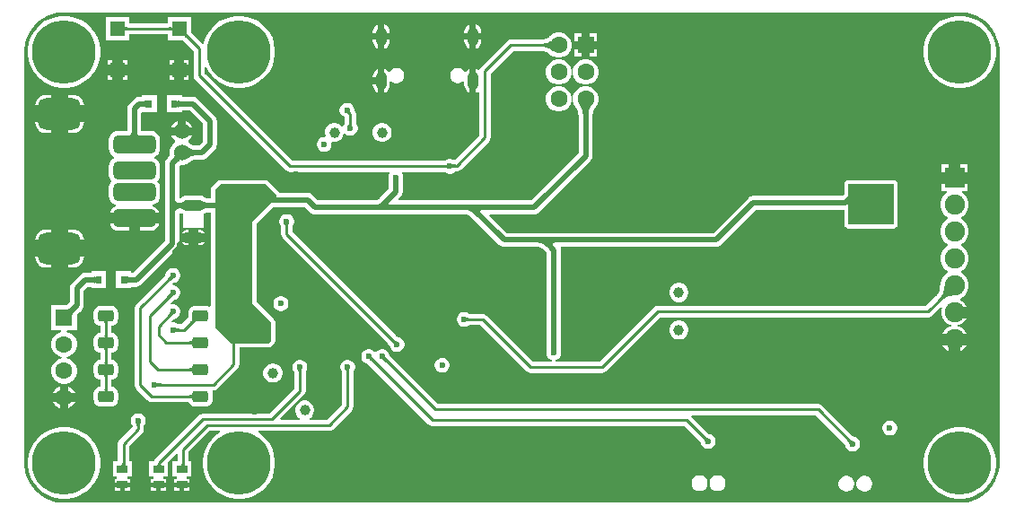
<source format=gtl>
G04*
G04 #@! TF.GenerationSoftware,Altium Limited,Altium Designer,24.2.2 (26)*
G04*
G04 Layer_Physical_Order=1*
G04 Layer_Color=255*
%FSLAX43Y43*%
%MOMM*%
G71*
G04*
G04 #@! TF.SameCoordinates,8CC7AA04-EDAA-4120-BC56-05CF8BE8917F*
G04*
G04*
G04 #@! TF.FilePolarity,Positive*
G04*
G01*
G75*
%ADD10C,0.250*%
%ADD30R,1.000X0.700*%
%ADD31R,0.600X0.800*%
G04:AMPARAMS|DCode=32|XSize=1.5mm|YSize=1.1mm|CornerRadius=0.275mm|HoleSize=0mm|Usage=FLASHONLY|Rotation=180.000|XOffset=0mm|YOffset=0mm|HoleType=Round|Shape=RoundedRectangle|*
%AMROUNDEDRECTD32*
21,1,1.500,0.550,0,0,180.0*
21,1,0.950,1.100,0,0,180.0*
1,1,0.550,-0.475,0.275*
1,1,0.550,0.475,0.275*
1,1,0.550,0.475,-0.275*
1,1,0.550,-0.475,-0.275*
%
%ADD32ROUNDEDRECTD32*%
G04:AMPARAMS|DCode=33|XSize=1.8mm|YSize=1.05mm|CornerRadius=0.263mm|HoleSize=0mm|Usage=FLASHONLY|Rotation=180.000|XOffset=0mm|YOffset=0mm|HoleType=Round|Shape=RoundedRectangle|*
%AMROUNDEDRECTD33*
21,1,1.800,0.525,0,0,180.0*
21,1,1.275,1.050,0,0,180.0*
1,1,0.525,-0.638,0.263*
1,1,0.525,0.638,0.263*
1,1,0.525,0.638,-0.263*
1,1,0.525,-0.638,-0.263*
%
%ADD33ROUNDEDRECTD33*%
%ADD34R,1.400X1.400*%
%ADD35C,0.500*%
%ADD36C,1.600*%
%ADD37R,1.600X1.600*%
G04:AMPARAMS|DCode=38|XSize=1.7mm|YSize=4mm|CornerRadius=0.425mm|HoleSize=0mm|Usage=FLASHONLY|Rotation=270.000|XOffset=0mm|YOffset=0mm|HoleType=Round|Shape=RoundedRectangle|*
%AMROUNDEDRECTD38*
21,1,1.700,3.150,0,0,270.0*
21,1,0.850,4.000,0,0,270.0*
1,1,0.850,-1.575,-0.425*
1,1,0.850,-1.575,0.425*
1,1,0.850,1.575,0.425*
1,1,0.850,1.575,-0.425*
%
%ADD38ROUNDEDRECTD38*%
G04:AMPARAMS|DCode=39|XSize=4mm|YSize=3mm|CornerRadius=0.75mm|HoleSize=0mm|Usage=FLASHONLY|Rotation=0.000|XOffset=0mm|YOffset=0mm|HoleType=Round|Shape=RoundedRectangle|*
%AMROUNDEDRECTD39*
21,1,4.000,1.500,0,0,0.0*
21,1,2.500,3.000,0,0,0.0*
1,1,1.500,1.250,-0.750*
1,1,1.500,-1.250,-0.750*
1,1,1.500,-1.250,0.750*
1,1,1.500,1.250,0.750*
%
%ADD39ROUNDEDRECTD39*%
%ADD40C,1.524*%
%ADD41C,6.000*%
%ADD42C,1.900*%
%ADD43R,1.900X1.900*%
%ADD44C,1.000*%
%ADD45O,1.000X1.800*%
%ADD46C,0.600*%
G36*
X88500Y47745D02*
X88745D01*
X89232Y47681D01*
X89706Y47554D01*
X90160Y47366D01*
X90585Y47121D01*
X90975Y46822D01*
X91322Y46475D01*
X91621Y46085D01*
X91866Y45660D01*
X92054Y45206D01*
X92181Y44732D01*
X92245Y44245D01*
X92245Y44000D01*
X92245Y5200D01*
X92245Y4955D01*
X92181Y4468D01*
X92054Y3994D01*
X91866Y3540D01*
X91621Y3115D01*
X91322Y2725D01*
X90975Y2378D01*
X90585Y2079D01*
X90160Y1834D01*
X89706Y1646D01*
X89232Y1519D01*
X88745Y1455D01*
X88500D01*
X4000Y1455D01*
X3755D01*
X3268Y1519D01*
X2794Y1646D01*
X2340Y1834D01*
X1915Y2079D01*
X1525Y2378D01*
X1178Y2725D01*
X879Y3115D01*
X634Y3540D01*
X446Y3994D01*
X319Y4468D01*
X255Y4955D01*
X255Y5200D01*
X255Y44000D01*
Y44245D01*
X319Y44732D01*
X446Y45206D01*
X634Y45660D01*
X879Y46085D01*
X1178Y46475D01*
X1525Y46822D01*
X1915Y47121D01*
X2340Y47366D01*
X2794Y47554D01*
X3268Y47681D01*
X3755Y47745D01*
X4000Y47745D01*
X88500Y47745D01*
D02*
G37*
%LPC*%
G36*
X34230Y46597D02*
Y45755D01*
X34737D01*
Y45855D01*
X34709Y46064D01*
X34629Y46258D01*
X34501Y46426D01*
X34333Y46554D01*
X34230Y46597D01*
D02*
G37*
G36*
X33630Y46597D02*
X33527Y46554D01*
X33359Y46426D01*
X33231Y46258D01*
X33151Y46064D01*
X33123Y45855D01*
Y45755D01*
X33630D01*
Y46597D01*
D02*
G37*
G36*
X42870D02*
Y45755D01*
X43377D01*
Y45855D01*
X43349Y46064D01*
X43269Y46258D01*
X43141Y46426D01*
X42973Y46554D01*
X42870Y46597D01*
D02*
G37*
G36*
X42270Y46597D02*
X42167Y46554D01*
X41999Y46426D01*
X41871Y46258D01*
X41791Y46064D01*
X41763Y45855D01*
Y45755D01*
X42270D01*
Y46597D01*
D02*
G37*
G36*
X54300Y45740D02*
X53600D01*
Y45040D01*
X54300D01*
Y45740D01*
D02*
G37*
G36*
X52800D02*
X52100D01*
Y45040D01*
X52800D01*
Y45740D01*
D02*
G37*
G36*
X20768Y47400D02*
X20232D01*
X19704Y47316D01*
X19195Y47151D01*
X18718Y46908D01*
X18285Y46593D01*
X17907Y46215D01*
X17592Y45782D01*
X17349Y45305D01*
X17184Y44796D01*
X17049Y44758D01*
X15972Y45835D01*
X15954Y45854D01*
X15955Y45857D01*
X15950Y45881D01*
Y47300D01*
X13750D01*
Y46735D01*
X10150D01*
Y47300D01*
X7950D01*
Y45100D01*
X10150D01*
Y45665D01*
X13750D01*
Y45100D01*
X15169D01*
X15193Y45095D01*
X15195Y45096D01*
X15208Y45085D01*
X16215Y44078D01*
Y41750D01*
X16255Y41545D01*
X16372Y41371D01*
X24921Y32821D01*
X25095Y32705D01*
X25300Y32665D01*
X34695D01*
X34748Y32538D01*
X34740Y32530D01*
X34648Y32370D01*
X34600Y32192D01*
Y32008D01*
X34625Y31914D01*
Y31052D01*
X33804Y30232D01*
X33797Y30227D01*
X33736Y30170D01*
X33685Y30130D01*
X33634Y30095D01*
X33582Y30065D01*
X33529Y30041D01*
X33473Y30020D01*
X33416Y30004D01*
X33355Y29993D01*
X33290Y29986D01*
X33207Y29983D01*
X33199Y29981D01*
X33188D01*
X33183Y29981D01*
X33182Y29981D01*
X27947D01*
X27444Y30483D01*
X27309Y30587D01*
X27151Y30652D01*
X26981Y30675D01*
X24364D01*
X24288Y30788D01*
X24288Y30788D01*
X23288Y31788D01*
X23156Y31877D01*
X23000Y31908D01*
X23000Y31908D01*
X18750D01*
X18594Y31877D01*
X18462Y31788D01*
X18462Y31788D01*
X17962Y31288D01*
X17873Y31156D01*
X17842Y31000D01*
X17842Y31000D01*
Y30181D01*
X17618D01*
X17609Y30183D01*
X17537Y30184D01*
X17484Y30189D01*
X17439Y30195D01*
X17403Y30202D01*
X17375Y30210D01*
X17357Y30218D01*
X17347Y30223D01*
X17344Y30225D01*
X17329Y30242D01*
X17318Y30250D01*
X17311Y30261D01*
X17294Y30272D01*
X17172Y30366D01*
X17010Y30433D01*
X16837Y30456D01*
X15562D01*
X15390Y30433D01*
X15228Y30366D01*
X15090Y30260D01*
X15084Y30252D01*
X15073Y30244D01*
X15071Y30241D01*
X15069Y30239D01*
X15048Y30215D01*
X15041Y30209D01*
X15032Y30202D01*
X15019Y30195D01*
X15001Y30186D01*
X14989Y30183D01*
X14962Y30187D01*
X14889Y30233D01*
X14857Y30271D01*
X14856Y30278D01*
Y33206D01*
X14895Y33244D01*
X15004Y33336D01*
X15007Y33338D01*
X15253D01*
X15549Y33417D01*
X15813Y33570D01*
X15891Y33647D01*
X15914Y33661D01*
X15955Y33697D01*
X15985Y33717D01*
X16028Y33739D01*
X16086Y33762D01*
X16159Y33784D01*
X16246Y33804D01*
X16343Y33819D01*
X16597Y33840D01*
X16742Y33842D01*
X16752Y33844D01*
X17000D01*
X17170Y33867D01*
X17328Y33932D01*
X17464Y34036D01*
X18214Y34786D01*
X18318Y34922D01*
X18383Y35080D01*
X18406Y35250D01*
Y37500D01*
X18383Y37670D01*
X18318Y37828D01*
X18214Y37964D01*
X16614Y39564D01*
X16478Y39668D01*
X16320Y39733D01*
X16150Y39756D01*
X15219D01*
X15210Y39758D01*
X15100Y39761D01*
Y39900D01*
X14721D01*
X14697Y39905D01*
X14673Y39900D01*
X13700D01*
Y38300D01*
X14673D01*
X14697Y38295D01*
X14721Y38300D01*
X15100D01*
Y38439D01*
X15120Y38441D01*
X15203Y38442D01*
X15213Y38444D01*
X15878D01*
X17094Y37228D01*
Y35522D01*
X16731Y35158D01*
X16460Y35168D01*
X16348Y35180D01*
X16246Y35196D01*
X16159Y35216D01*
X16086Y35238D01*
X16028Y35261D01*
X15985Y35283D01*
X15955Y35303D01*
X15914Y35339D01*
X15891Y35353D01*
X15813Y35430D01*
X15702Y35494D01*
Y35621D01*
X15752Y35650D01*
X15950Y35848D01*
X16090Y36090D01*
X16092Y36100D01*
X14108D01*
X14110Y36090D01*
X14250Y35848D01*
X14448Y35650D01*
X14498Y35621D01*
Y35494D01*
X14387Y35430D01*
X14170Y35213D01*
X14017Y34949D01*
X13938Y34653D01*
Y34347D01*
X13972Y34219D01*
X13804Y34024D01*
X13732Y33952D01*
X13713Y33922D01*
X13632Y33817D01*
X13567Y33659D01*
X13544Y33489D01*
Y29500D01*
Y26172D01*
X10528Y23156D01*
X10419D01*
X10410Y23158D01*
X10300Y23161D01*
Y23300D01*
X9921D01*
X9897Y23305D01*
X9873Y23300D01*
X8900D01*
Y21700D01*
X9873D01*
X9897Y21695D01*
X9921Y21700D01*
X10300D01*
Y21839D01*
X10320Y21841D01*
X10403Y21842D01*
X10413Y21844D01*
X10800D01*
X10970Y21867D01*
X11128Y21932D01*
X11264Y22036D01*
X14200Y24973D01*
Y25251D01*
X14524Y25576D01*
X14624Y25724D01*
X14659Y25900D01*
Y25959D01*
X14856Y26156D01*
Y28722D01*
X14857Y28729D01*
X14868Y28745D01*
X14931Y28794D01*
X14966Y28811D01*
X14990Y28814D01*
X15003Y28810D01*
X15040Y28796D01*
X15076Y28780D01*
X15111Y28761D01*
X15147Y28738D01*
X15193Y28705D01*
X15195Y28704D01*
X15250Y28600D01*
Y27400D01*
X17150D01*
Y28600D01*
X17201Y28706D01*
X17294Y28778D01*
X17311Y28789D01*
X17318Y28800D01*
X17329Y28808D01*
X17344Y28825D01*
X17347Y28827D01*
X17357Y28832D01*
X17375Y28840D01*
X17403Y28848D01*
X17439Y28855D01*
X17484Y28861D01*
X17537Y28866D01*
X17609Y28867D01*
X17618Y28869D01*
X17842D01*
Y19999D01*
X17715Y19936D01*
X17665Y19975D01*
X17501Y20043D01*
X17325Y20066D01*
X16375D01*
X16199Y20043D01*
X16035Y19975D01*
X15894Y19866D01*
X15785Y19725D01*
X15717Y19561D01*
X15694Y19385D01*
Y18911D01*
X15694Y18911D01*
X15093Y18310D01*
X14815D01*
X14812Y18310D01*
X14735Y18318D01*
X14719Y18321D01*
X14705Y18335D01*
X14545Y18427D01*
X14367Y18475D01*
X14197D01*
X14170Y18509D01*
X14136Y18594D01*
X14272Y18730D01*
X14274Y18731D01*
X14334Y18781D01*
X14347Y18790D01*
X14367D01*
X14545Y18838D01*
X14705Y18930D01*
X14835Y19060D01*
X14927Y19220D01*
X14975Y19398D01*
Y19582D01*
X14927Y19760D01*
X14835Y19920D01*
X14705Y20050D01*
X14545Y20142D01*
X14367Y20190D01*
X14183D01*
X14106Y20169D01*
X14040Y20283D01*
X14272Y20515D01*
X14274Y20516D01*
X14334Y20566D01*
X14347Y20575D01*
X14367D01*
X14545Y20623D01*
X14705Y20715D01*
X14835Y20845D01*
X14927Y21005D01*
X14975Y21183D01*
Y21367D01*
X14927Y21545D01*
X14835Y21705D01*
X14705Y21835D01*
X14545Y21927D01*
X14367Y21975D01*
X14287D01*
X14234Y22102D01*
X14272Y22140D01*
X14274Y22141D01*
X14334Y22191D01*
X14347Y22200D01*
X14367D01*
X14545Y22248D01*
X14705Y22340D01*
X14835Y22470D01*
X14927Y22630D01*
X14975Y22808D01*
Y22992D01*
X14927Y23170D01*
X14835Y23330D01*
X14705Y23460D01*
X14545Y23552D01*
X14367Y23600D01*
X14183D01*
X14005Y23552D01*
X13845Y23460D01*
X13715Y23330D01*
X13623Y23170D01*
X13575Y22992D01*
Y22972D01*
X13568Y22962D01*
X13498Y22880D01*
X10821Y20203D01*
X10705Y20030D01*
X10665Y19825D01*
Y12550D01*
X10705Y12345D01*
X10821Y12172D01*
X11882Y11111D01*
X12055Y10995D01*
X12260Y10955D01*
X15752D01*
X15785Y10875D01*
X15894Y10734D01*
X16035Y10625D01*
X16199Y10557D01*
X16375Y10534D01*
X17325D01*
X17501Y10557D01*
X17665Y10625D01*
X17806Y10734D01*
X17915Y10875D01*
X17983Y11039D01*
X18006Y11215D01*
Y11765D01*
X17983Y11938D01*
X17981Y11964D01*
X18061Y12065D01*
X18100D01*
X18305Y12105D01*
X18479Y12222D01*
X20378Y14122D01*
X20495Y14295D01*
X20535Y14500D01*
Y16092D01*
X23250D01*
X23406Y16123D01*
X23538Y16212D01*
X23538Y16212D01*
X23788Y16462D01*
X23877Y16594D01*
X23908Y16750D01*
X23908Y16750D01*
Y18500D01*
X23908Y18500D01*
X23877Y18656D01*
X23788Y18788D01*
X23788Y18788D01*
X22158Y20419D01*
Y27831D01*
X23690Y29364D01*
X26709D01*
X27211Y28861D01*
X27347Y28757D01*
X27505Y28692D01*
X27675Y28669D01*
X33826D01*
X33838Y28667D01*
X33847Y28669D01*
X33859D01*
X33863Y28669D01*
X33865Y28669D01*
X41782D01*
X41783Y28669D01*
X41788Y28669D01*
X41799D01*
X41807Y28667D01*
X41890Y28664D01*
X41955Y28657D01*
X42016Y28646D01*
X42073Y28630D01*
X42129Y28610D01*
X42182Y28585D01*
X42234Y28555D01*
X42285Y28520D01*
X42336Y28480D01*
X42397Y28423D01*
X42404Y28418D01*
X45036Y25786D01*
X45172Y25682D01*
X45330Y25617D01*
X45500Y25594D01*
X48607D01*
X48608Y25594D01*
X48613Y25594D01*
X48624D01*
X48632Y25592D01*
X48715Y25589D01*
X48780Y25582D01*
X48841Y25571D01*
X48898Y25555D01*
X48954Y25535D01*
X49007Y25510D01*
X49059Y25480D01*
X49110Y25445D01*
X49161Y25405D01*
X49222Y25348D01*
X49229Y25343D01*
X49544Y25028D01*
Y23658D01*
X49500Y23492D01*
Y23308D01*
X49544Y23142D01*
Y15858D01*
X49500Y15692D01*
Y15508D01*
X49548Y15330D01*
X49640Y15170D01*
X49770Y15040D01*
X49930Y14948D01*
X50062Y14912D01*
X50045Y14785D01*
X48222D01*
X43879Y19128D01*
X43705Y19245D01*
X43500Y19285D01*
X42290D01*
X42287Y19285D01*
X42210Y19293D01*
X42194Y19296D01*
X42180Y19310D01*
X42020Y19402D01*
X41842Y19450D01*
X41658D01*
X41480Y19402D01*
X41320Y19310D01*
X41190Y19180D01*
X41098Y19020D01*
X41050Y18842D01*
Y18658D01*
X41098Y18480D01*
X41190Y18320D01*
X41320Y18190D01*
X41480Y18098D01*
X41658Y18050D01*
X41842D01*
X42020Y18098D01*
X42180Y18190D01*
X42194Y18204D01*
X42206Y18206D01*
X42314Y18215D01*
X43278D01*
X47621Y13872D01*
X47795Y13755D01*
X48000Y13715D01*
X54750D01*
X54955Y13755D01*
X55129Y13872D01*
X60222Y18965D01*
X85540D01*
X85745Y19005D01*
X85919Y19122D01*
X86705Y19908D01*
X86819Y19843D01*
X86750Y19585D01*
Y19255D01*
X86835Y18938D01*
X87000Y18652D01*
X87232Y18420D01*
X87518Y18255D01*
X87665Y18216D01*
Y18084D01*
X87518Y18045D01*
X87232Y17880D01*
X87000Y17648D01*
X86874Y17430D01*
X88000D01*
X89126D01*
X89000Y17648D01*
X88768Y17880D01*
X88482Y18045D01*
X88335Y18084D01*
Y18216D01*
X88482Y18255D01*
X88768Y18420D01*
X89000Y18652D01*
X89126Y18870D01*
X88000D01*
Y19970D01*
X89126D01*
X89000Y20188D01*
X88768Y20420D01*
X88512Y20568D01*
X88511Y20671D01*
X88522Y20702D01*
X88829Y20880D01*
X89080Y21131D01*
X89258Y21439D01*
X89350Y21782D01*
Y22138D01*
X89258Y22481D01*
X89080Y22789D01*
X88829Y23040D01*
X88627Y23157D01*
Y23303D01*
X88829Y23420D01*
X89080Y23671D01*
X89258Y23979D01*
X89350Y24322D01*
Y24678D01*
X89258Y25021D01*
X89080Y25329D01*
X88829Y25580D01*
X88627Y25697D01*
Y25843D01*
X88829Y25960D01*
X89080Y26211D01*
X89258Y26519D01*
X89350Y26862D01*
Y27218D01*
X89258Y27561D01*
X89080Y27869D01*
X88829Y28120D01*
X88627Y28237D01*
Y28383D01*
X88829Y28500D01*
X89080Y28751D01*
X89258Y29059D01*
X89350Y29402D01*
Y29758D01*
X89258Y30101D01*
X89080Y30409D01*
X88829Y30660D01*
X88686Y30743D01*
X88720Y30870D01*
X89250D01*
Y31570D01*
X88000D01*
X86750D01*
Y30870D01*
X87280D01*
X87314Y30743D01*
X87171Y30660D01*
X86920Y30409D01*
X86742Y30101D01*
X86650Y29758D01*
Y29402D01*
X86742Y29059D01*
X86920Y28751D01*
X87171Y28500D01*
X87373Y28383D01*
Y28237D01*
X87171Y28120D01*
X86920Y27869D01*
X86742Y27561D01*
X86650Y27218D01*
Y26862D01*
X86742Y26519D01*
X86920Y26211D01*
X87171Y25960D01*
X87373Y25843D01*
Y25697D01*
X87171Y25580D01*
X86920Y25329D01*
X86742Y25021D01*
X86650Y24678D01*
Y24322D01*
X86742Y23979D01*
X86920Y23671D01*
X87171Y23420D01*
X87373Y23303D01*
Y23157D01*
X87171Y23040D01*
X86920Y22789D01*
X86742Y22481D01*
X86650Y22138D01*
Y21996D01*
X86642Y21963D01*
X86638Y21831D01*
X86625Y21719D01*
X86602Y21609D01*
X86570Y21501D01*
X86528Y21395D01*
X86476Y21288D01*
X86412Y21182D01*
X86337Y21077D01*
X86250Y20971D01*
X86200Y20917D01*
X85318Y20035D01*
X60000D01*
X59795Y19995D01*
X59621Y19878D01*
X54528Y14785D01*
X50355D01*
X50338Y14912D01*
X50470Y14948D01*
X50630Y15040D01*
X50760Y15170D01*
X50852Y15330D01*
X50900Y15508D01*
Y15692D01*
X50856Y15858D01*
Y23142D01*
X50900Y23308D01*
Y23492D01*
X50856Y23658D01*
Y25300D01*
X50834Y25467D01*
X50831Y25494D01*
X50912Y25594D01*
X65500D01*
X65670Y25617D01*
X65828Y25682D01*
X65964Y25786D01*
X69272Y29094D01*
X77592D01*
Y27750D01*
X77623Y27594D01*
X77712Y27462D01*
X77844Y27373D01*
X78000Y27342D01*
X82250D01*
X82406Y27373D01*
X82538Y27462D01*
X82627Y27594D01*
X82658Y27750D01*
Y31500D01*
X82627Y31656D01*
X82538Y31788D01*
X82406Y31877D01*
X82250Y31908D01*
X78000D01*
X77844Y31877D01*
X77712Y31788D01*
X77623Y31656D01*
X77592Y31500D01*
Y30519D01*
X77478Y30406D01*
X69000D01*
X68830Y30383D01*
X68672Y30318D01*
X68536Y30214D01*
X65228Y26906D01*
X49290D01*
X49288Y26906D01*
X49284Y26906D01*
X49272D01*
X49263Y26908D01*
X49251Y26906D01*
X45772D01*
X44125Y28552D01*
X44174Y28669D01*
X44242D01*
X44408Y28625D01*
X44592D01*
X44758Y28669D01*
X48325D01*
X48495Y28692D01*
X48653Y28757D01*
X48789Y28861D01*
X53664Y33736D01*
X53768Y33872D01*
X53833Y34030D01*
X53856Y34200D01*
Y37816D01*
X53858Y37824D01*
X53869Y38126D01*
X53882Y38243D01*
X53900Y38350D01*
X53921Y38443D01*
X53946Y38521D01*
X53972Y38585D01*
X53998Y38634D01*
X54023Y38671D01*
X54065Y38718D01*
X54079Y38742D01*
X54160Y38823D01*
X54318Y39097D01*
X54400Y39402D01*
Y39718D01*
X54318Y40023D01*
X54160Y40297D01*
X53937Y40520D01*
X53663Y40678D01*
X53358Y40760D01*
X53042D01*
X52737Y40678D01*
X52463Y40520D01*
X52240Y40297D01*
X52082Y40023D01*
X52000Y39718D01*
Y39402D01*
X52082Y39097D01*
X52240Y38823D01*
X52321Y38742D01*
X52335Y38718D01*
X52377Y38671D01*
X52402Y38634D01*
X52428Y38585D01*
X52454Y38521D01*
X52479Y38443D01*
X52500Y38350D01*
X52517Y38248D01*
X52539Y37983D01*
X52542Y37832D01*
X52544Y37822D01*
Y34472D01*
X48053Y29981D01*
X44758D01*
X44592Y30025D01*
X44408D01*
X44242Y29981D01*
X42465D01*
X42463Y29981D01*
X42459Y29981D01*
X42447D01*
X42438Y29983D01*
X42426Y29981D01*
X35574D01*
X35525Y30098D01*
X35744Y30317D01*
X35849Y30453D01*
X35914Y30611D01*
X35936Y30781D01*
Y31802D01*
X35952Y31830D01*
X36000Y32008D01*
Y32192D01*
X35952Y32370D01*
X35860Y32530D01*
X35852Y32538D01*
X35905Y32665D01*
X39860D01*
X39863Y32665D01*
X39940Y32657D01*
X39956Y32654D01*
X39970Y32640D01*
X40130Y32548D01*
X40308Y32500D01*
X40492D01*
X40670Y32548D01*
X40830Y32640D01*
X40917Y32727D01*
X40920Y32727D01*
X40983Y32732D01*
X41067D01*
X41138Y32746D01*
X41155Y32747D01*
X41164Y32751D01*
X41272Y32772D01*
X41445Y32888D01*
X44078Y35521D01*
X44195Y35695D01*
X44235Y35900D01*
Y41978D01*
X46362Y44105D01*
X48987D01*
X49032Y44103D01*
X49146Y44093D01*
X49252Y44076D01*
X49349Y44052D01*
X49439Y44023D01*
X49522Y43989D01*
X49598Y43949D01*
X49669Y43903D01*
X49735Y43852D01*
X49810Y43782D01*
X49838Y43764D01*
X49923Y43680D01*
X50197Y43522D01*
X50502Y43440D01*
X50818D01*
X51123Y43522D01*
X51397Y43680D01*
X51620Y43903D01*
X51778Y44177D01*
X51860Y44482D01*
Y44798D01*
X51778Y45103D01*
X51620Y45377D01*
X51397Y45600D01*
X51123Y45758D01*
X50818Y45840D01*
X50502D01*
X50197Y45758D01*
X49923Y45600D01*
X49838Y45516D01*
X49810Y45498D01*
X49735Y45428D01*
X49669Y45377D01*
X49598Y45331D01*
X49522Y45291D01*
X49439Y45257D01*
X49349Y45228D01*
X49252Y45204D01*
X49146Y45187D01*
X49032Y45177D01*
X48987Y45175D01*
X46140D01*
X45935Y45135D01*
X45762Y45019D01*
X43321Y42578D01*
X43205Y42405D01*
X43197Y42362D01*
X43057Y42310D01*
X42973Y42374D01*
X42870Y42417D01*
Y41275D01*
Y40133D01*
X42973Y40176D01*
X43038Y40226D01*
X43165Y40163D01*
Y36122D01*
X40847Y33804D01*
X40841Y33804D01*
X40770Y33812D01*
X40753Y33814D01*
X40742Y33817D01*
X40733Y33820D01*
X40725Y33822D01*
X40724Y33822D01*
X40724Y33822D01*
X40722Y33822D01*
X40670Y33852D01*
X40492Y33900D01*
X40308D01*
X40130Y33852D01*
X39970Y33760D01*
X39956Y33746D01*
X39944Y33744D01*
X39836Y33735D01*
X25522D01*
X17285Y41972D01*
Y42540D01*
X17412Y42571D01*
X17592Y42218D01*
X17907Y41785D01*
X18285Y41407D01*
X18718Y41092D01*
X19195Y40849D01*
X19704Y40684D01*
X20232Y40600D01*
X20768D01*
X21296Y40684D01*
X21805Y40849D01*
X22282Y41092D01*
X22715Y41407D01*
X23093Y41785D01*
X23408Y42218D01*
X23651Y42695D01*
X23816Y43204D01*
X23900Y43732D01*
Y44268D01*
X23816Y44796D01*
X23651Y45305D01*
X23408Y45782D01*
X23093Y46215D01*
X22715Y46593D01*
X22282Y46908D01*
X21805Y47151D01*
X21296Y47316D01*
X20768Y47400D01*
D02*
G37*
G36*
X34737Y45155D02*
X34230D01*
Y44313D01*
X34333Y44356D01*
X34501Y44484D01*
X34629Y44652D01*
X34709Y44846D01*
X34737Y45055D01*
Y45155D01*
D02*
G37*
G36*
X42270Y45155D02*
X41763D01*
Y45055D01*
X41791Y44846D01*
X41871Y44652D01*
X41999Y44484D01*
X42167Y44356D01*
X42270Y44313D01*
Y45155D01*
D02*
G37*
G36*
X43377D02*
X42870D01*
Y44313D01*
X42973Y44356D01*
X43141Y44484D01*
X43269Y44652D01*
X43349Y44846D01*
X43377Y45055D01*
Y45155D01*
D02*
G37*
G36*
X33630Y45155D02*
X33123D01*
Y45055D01*
X33151Y44846D01*
X33231Y44652D01*
X33359Y44484D01*
X33527Y44356D01*
X33630Y44313D01*
Y45155D01*
D02*
G37*
G36*
X54300Y44240D02*
X53600D01*
Y43540D01*
X54300D01*
Y44240D01*
D02*
G37*
G36*
X52800D02*
X52100D01*
Y43540D01*
X52800D01*
Y44240D01*
D02*
G37*
G36*
X15750Y43200D02*
X15350D01*
Y42800D01*
X15750D01*
Y43200D01*
D02*
G37*
G36*
X14350D02*
X13950D01*
Y42800D01*
X14350D01*
Y43200D01*
D02*
G37*
G36*
X9950D02*
X9550D01*
Y42800D01*
X9950D01*
Y43200D01*
D02*
G37*
G36*
X8550D02*
X8150D01*
Y42800D01*
X8550D01*
Y43200D01*
D02*
G37*
G36*
X35455Y42500D02*
X35265D01*
X35080Y42451D01*
X34915Y42355D01*
X34780Y42220D01*
X34734Y42140D01*
X34585Y42136D01*
X34501Y42246D01*
X34333Y42374D01*
X34230Y42417D01*
Y41275D01*
Y40133D01*
X34333Y40176D01*
X34501Y40304D01*
X34629Y40472D01*
X34709Y40666D01*
X34737Y40875D01*
Y41193D01*
X34864Y41246D01*
X34915Y41195D01*
X35080Y41099D01*
X35265Y41050D01*
X35455D01*
X35640Y41099D01*
X35805Y41195D01*
X35940Y41330D01*
X36036Y41495D01*
X36085Y41680D01*
Y41870D01*
X36036Y42055D01*
X35940Y42220D01*
X35805Y42355D01*
X35640Y42451D01*
X35455Y42500D01*
D02*
G37*
G36*
X33630Y42417D02*
X33527Y42374D01*
X33359Y42246D01*
X33231Y42078D01*
X33151Y41884D01*
X33123Y41675D01*
Y41575D01*
X33630D01*
Y42417D01*
D02*
G37*
G36*
X15750Y41800D02*
X15350D01*
Y41400D01*
X15750D01*
Y41800D01*
D02*
G37*
G36*
X14350D02*
X13950D01*
Y41400D01*
X14350D01*
Y41800D01*
D02*
G37*
G36*
X9950D02*
X9550D01*
Y41400D01*
X9950D01*
Y41800D01*
D02*
G37*
G36*
X8550D02*
X8150D01*
Y41400D01*
X8550D01*
Y41800D01*
D02*
G37*
G36*
X53358Y43300D02*
X53042D01*
X52737Y43218D01*
X52463Y43060D01*
X52240Y42837D01*
X52082Y42563D01*
X52000Y42258D01*
Y41942D01*
X52082Y41637D01*
X52240Y41363D01*
X52463Y41140D01*
X52737Y40982D01*
X53042Y40900D01*
X53358D01*
X53663Y40982D01*
X53937Y41140D01*
X54160Y41363D01*
X54318Y41637D01*
X54400Y41942D01*
Y42258D01*
X54318Y42563D01*
X54160Y42837D01*
X53937Y43060D01*
X53663Y43218D01*
X53358Y43300D01*
D02*
G37*
G36*
X50818D02*
X50502D01*
X50197Y43218D01*
X49923Y43060D01*
X49700Y42837D01*
X49542Y42563D01*
X49460Y42258D01*
Y41942D01*
X49542Y41637D01*
X49700Y41363D01*
X49923Y41140D01*
X50197Y40982D01*
X50502Y40900D01*
X50818D01*
X51123Y40982D01*
X51397Y41140D01*
X51620Y41363D01*
X51778Y41637D01*
X51860Y41942D01*
Y42258D01*
X51778Y42563D01*
X51620Y42837D01*
X51397Y43060D01*
X51123Y43218D01*
X50818Y43300D01*
D02*
G37*
G36*
X88768Y47400D02*
X88232D01*
X87704Y47316D01*
X87195Y47151D01*
X86718Y46908D01*
X86285Y46593D01*
X85907Y46215D01*
X85592Y45782D01*
X85349Y45305D01*
X85184Y44796D01*
X85100Y44268D01*
Y43732D01*
X85184Y43204D01*
X85349Y42695D01*
X85592Y42218D01*
X85907Y41785D01*
X86285Y41407D01*
X86718Y41092D01*
X87195Y40849D01*
X87704Y40684D01*
X88232Y40600D01*
X88768D01*
X89296Y40684D01*
X89805Y40849D01*
X90282Y41092D01*
X90715Y41407D01*
X91093Y41785D01*
X91408Y42218D01*
X91651Y42695D01*
X91816Y43204D01*
X91900Y43732D01*
Y44268D01*
X91816Y44796D01*
X91651Y45305D01*
X91408Y45782D01*
X91093Y46215D01*
X90715Y46593D01*
X90282Y46908D01*
X89805Y47151D01*
X89296Y47316D01*
X88768Y47400D01*
D02*
G37*
G36*
X4268D02*
X3732D01*
X3204Y47316D01*
X2695Y47151D01*
X2218Y46908D01*
X1785Y46593D01*
X1407Y46215D01*
X1092Y45782D01*
X849Y45305D01*
X684Y44796D01*
X600Y44268D01*
Y43732D01*
X684Y43204D01*
X849Y42695D01*
X1092Y42218D01*
X1407Y41785D01*
X1785Y41407D01*
X2218Y41092D01*
X2695Y40849D01*
X3204Y40684D01*
X3732Y40600D01*
X4268D01*
X4796Y40684D01*
X5305Y40849D01*
X5782Y41092D01*
X6215Y41407D01*
X6593Y41785D01*
X6908Y42218D01*
X7151Y42695D01*
X7316Y43204D01*
X7400Y43732D01*
Y44268D01*
X7316Y44796D01*
X7151Y45305D01*
X6908Y45782D01*
X6593Y46215D01*
X6215Y46593D01*
X5782Y46908D01*
X5305Y47151D01*
X4796Y47316D01*
X4268Y47400D01*
D02*
G37*
G36*
X41235Y42500D02*
X41045D01*
X40860Y42451D01*
X40695Y42355D01*
X40560Y42220D01*
X40464Y42055D01*
X40415Y41870D01*
Y41680D01*
X40464Y41495D01*
X40560Y41330D01*
X40695Y41195D01*
X40860Y41099D01*
X41045Y41050D01*
X41235D01*
X41420Y41099D01*
X41585Y41195D01*
X41636Y41246D01*
X41763Y41193D01*
Y40875D01*
X41791Y40666D01*
X41871Y40472D01*
X41999Y40304D01*
X42167Y40176D01*
X42270Y40133D01*
Y41275D01*
Y42417D01*
X42167Y42374D01*
X41999Y42246D01*
X41915Y42136D01*
X41766Y42140D01*
X41720Y42220D01*
X41585Y42355D01*
X41420Y42451D01*
X41235Y42500D01*
D02*
G37*
G36*
X33630Y40975D02*
X33123D01*
Y40875D01*
X33151Y40666D01*
X33231Y40472D01*
X33359Y40304D01*
X33527Y40176D01*
X33630Y40133D01*
Y40975D01*
D02*
G37*
G36*
X4825Y39959D02*
X4375D01*
Y38950D01*
X5877D01*
X5848Y39174D01*
X5742Y39430D01*
X5574Y39649D01*
X5355Y39817D01*
X5099Y39923D01*
X4825Y39959D01*
D02*
G37*
G36*
X2775D02*
X2325D01*
X2051Y39923D01*
X1795Y39817D01*
X1576Y39649D01*
X1408Y39430D01*
X1302Y39174D01*
X1273Y38950D01*
X2775D01*
Y39959D01*
D02*
G37*
G36*
X50818Y40760D02*
X50502D01*
X50197Y40678D01*
X49923Y40520D01*
X49700Y40297D01*
X49542Y40023D01*
X49460Y39718D01*
Y39402D01*
X49542Y39097D01*
X49700Y38823D01*
X49923Y38600D01*
X50197Y38442D01*
X50502Y38360D01*
X50818D01*
X51123Y38442D01*
X51397Y38600D01*
X51620Y38823D01*
X51778Y39097D01*
X51860Y39402D01*
Y39718D01*
X51778Y40023D01*
X51620Y40297D01*
X51397Y40520D01*
X51123Y40678D01*
X50818Y40760D01*
D02*
G37*
G36*
X11753Y39905D02*
X11729Y39900D01*
X11350D01*
Y39761D01*
X11330Y39759D01*
X11247Y39758D01*
X11237Y39756D01*
X11100D01*
X10930Y39733D01*
X10772Y39668D01*
X10636Y39564D01*
X10161Y39089D01*
X10057Y38953D01*
X9992Y38795D01*
X9969Y38625D01*
Y36670D01*
X9967Y36661D01*
X9965Y36578D01*
X9963Y36557D01*
X9050D01*
X8835Y36529D01*
X8634Y36446D01*
X8462Y36313D01*
X8329Y36141D01*
X8246Y35940D01*
X8218Y35725D01*
Y34875D01*
X8246Y34660D01*
X8329Y34459D01*
X8462Y34287D01*
X8634Y34154D01*
X8720Y34119D01*
Y33981D01*
X8634Y33946D01*
X8462Y33813D01*
X8329Y33641D01*
X8246Y33440D01*
X8218Y33225D01*
Y32375D01*
X8246Y32160D01*
X8329Y31959D01*
X8451Y31800D01*
X8329Y31641D01*
X8246Y31440D01*
X8218Y31225D01*
Y30375D01*
X8246Y30160D01*
X8329Y29959D01*
X8462Y29787D01*
X8634Y29654D01*
X8835Y29571D01*
X8893Y29564D01*
Y29436D01*
X8861Y29431D01*
X8684Y29358D01*
X8533Y29242D01*
X8417Y29091D01*
X8344Y28914D01*
X8329Y28800D01*
X10625D01*
X12921D01*
X12906Y28914D01*
X12833Y29091D01*
X12717Y29242D01*
X12566Y29358D01*
X12389Y29431D01*
X12357Y29436D01*
Y29564D01*
X12415Y29571D01*
X12616Y29654D01*
X12788Y29787D01*
X12921Y29959D01*
X13004Y30160D01*
X13032Y30375D01*
Y31225D01*
X13004Y31440D01*
X12921Y31641D01*
X12799Y31800D01*
X12921Y31959D01*
X13004Y32160D01*
X13032Y32375D01*
Y33225D01*
X13004Y33440D01*
X12921Y33641D01*
X12788Y33813D01*
X12616Y33946D01*
X12530Y33981D01*
Y34119D01*
X12616Y34154D01*
X12788Y34287D01*
X12921Y34459D01*
X13004Y34660D01*
X13032Y34875D01*
Y35725D01*
X13004Y35940D01*
X12921Y36141D01*
X12788Y36313D01*
X12616Y36446D01*
X12415Y36529D01*
X12200Y36557D01*
X11287D01*
X11285Y36578D01*
X11283Y36661D01*
X11281Y36670D01*
Y38202D01*
X11350Y38300D01*
X11729D01*
X11753Y38295D01*
X11777Y38300D01*
X12750D01*
Y39900D01*
X11777D01*
X11753Y39905D01*
D02*
G37*
G36*
X30792Y39200D02*
X30608D01*
X30430Y39152D01*
X30270Y39060D01*
X30140Y38930D01*
X30048Y38770D01*
X30000Y38592D01*
Y38408D01*
X30048Y38230D01*
X30140Y38070D01*
X30270Y37940D01*
X30430Y37848D01*
X30465Y37838D01*
Y37340D01*
X30465Y37337D01*
X30457Y37260D01*
X30454Y37244D01*
X30440Y37230D01*
X30348Y37070D01*
X30332Y37013D01*
X30298Y36994D01*
X30192Y36981D01*
X30053Y37120D01*
X29847Y37239D01*
X29618Y37300D01*
X29382D01*
X29153Y37239D01*
X28947Y37120D01*
X28780Y36953D01*
X28661Y36747D01*
X28600Y36518D01*
Y36282D01*
X28653Y36084D01*
X28651Y36074D01*
X28605Y35999D01*
X28567Y35963D01*
X28445D01*
X28267Y35915D01*
X28108Y35823D01*
X27977Y35692D01*
X27885Y35533D01*
X27837Y35355D01*
Y35170D01*
X27885Y34992D01*
X27977Y34833D01*
X28108Y34702D01*
X28267Y34610D01*
X28445Y34562D01*
X28630D01*
X28808Y34610D01*
X28967Y34702D01*
X29098Y34833D01*
X29190Y34992D01*
X29237Y35170D01*
Y35355D01*
X29222Y35411D01*
X29326Y35515D01*
X29382Y35500D01*
X29618D01*
X29847Y35561D01*
X30053Y35680D01*
X30220Y35847D01*
X30339Y36053D01*
X30389Y36241D01*
X30491Y36283D01*
X30527Y36283D01*
X30570Y36240D01*
X30730Y36148D01*
X30908Y36100D01*
X31092D01*
X31270Y36148D01*
X31430Y36240D01*
X31560Y36370D01*
X31652Y36530D01*
X31700Y36708D01*
Y36892D01*
X31652Y37070D01*
X31560Y37230D01*
X31546Y37244D01*
X31544Y37256D01*
X31535Y37364D01*
Y38105D01*
X31495Y38310D01*
X31400Y38452D01*
Y38592D01*
X31352Y38770D01*
X31260Y38930D01*
X31130Y39060D01*
X30970Y39152D01*
X30792Y39200D01*
D02*
G37*
G36*
X15500Y37492D02*
Y36900D01*
X16092D01*
X16090Y36910D01*
X15950Y37152D01*
X15752Y37350D01*
X15510Y37490D01*
X15500Y37492D01*
D02*
G37*
G36*
X14700D02*
X14690Y37490D01*
X14448Y37350D01*
X14250Y37152D01*
X14110Y36910D01*
X14108Y36900D01*
X14700D01*
Y37492D01*
D02*
G37*
G36*
X5877Y37350D02*
X4375D01*
Y36341D01*
X4825D01*
X5099Y36377D01*
X5355Y36483D01*
X5574Y36651D01*
X5742Y36870D01*
X5848Y37126D01*
X5877Y37350D01*
D02*
G37*
G36*
X2775D02*
X1273D01*
X1302Y37126D01*
X1408Y36870D01*
X1576Y36651D01*
X1795Y36483D01*
X2051Y36377D01*
X2325Y36341D01*
X2775D01*
Y37350D01*
D02*
G37*
G36*
X34118Y37300D02*
X33882D01*
X33653Y37239D01*
X33447Y37120D01*
X33280Y36953D01*
X33161Y36747D01*
X33100Y36518D01*
Y36282D01*
X33161Y36053D01*
X33280Y35847D01*
X33447Y35680D01*
X33653Y35561D01*
X33882Y35500D01*
X34118D01*
X34347Y35561D01*
X34553Y35680D01*
X34720Y35847D01*
X34839Y36053D01*
X34900Y36282D01*
Y36518D01*
X34839Y36747D01*
X34720Y36953D01*
X34553Y37120D01*
X34347Y37239D01*
X34118Y37300D01*
D02*
G37*
G36*
X89250Y33370D02*
X88550D01*
Y32670D01*
X89250D01*
Y33370D01*
D02*
G37*
G36*
X87450D02*
X86750D01*
Y32670D01*
X87450D01*
Y33370D01*
D02*
G37*
G36*
X12921Y27800D02*
X11125D01*
Y27144D01*
X12200D01*
X12389Y27169D01*
X12566Y27242D01*
X12717Y27358D01*
X12833Y27509D01*
X12906Y27686D01*
X12921Y27800D01*
D02*
G37*
G36*
X10125D02*
X8329D01*
X8344Y27686D01*
X8417Y27509D01*
X8533Y27358D01*
X8684Y27242D01*
X8861Y27169D01*
X9050Y27144D01*
X10125D01*
Y27800D01*
D02*
G37*
G36*
X16837Y27209D02*
X16630D01*
Y26905D01*
X17276D01*
X17273Y26918D01*
X17171Y27071D01*
X17018Y27173D01*
X16837Y27209D01*
D02*
G37*
G36*
X15770D02*
X15562D01*
X15382Y27173D01*
X15229Y27071D01*
X15127Y26918D01*
X15124Y26905D01*
X15770D01*
Y27209D01*
D02*
G37*
G36*
X4825Y27259D02*
X4375D01*
Y26250D01*
X5877D01*
X5848Y26474D01*
X5742Y26730D01*
X5574Y26949D01*
X5355Y27117D01*
X5099Y27223D01*
X4825Y27259D01*
D02*
G37*
G36*
X2775D02*
X2325D01*
X2051Y27223D01*
X1795Y27117D01*
X1576Y26949D01*
X1408Y26730D01*
X1302Y26474D01*
X1273Y26250D01*
X2775D01*
Y27259D01*
D02*
G37*
G36*
X17276Y26045D02*
X16630D01*
Y25741D01*
X16837D01*
X17018Y25777D01*
X17171Y25879D01*
X17273Y26032D01*
X17276Y26045D01*
D02*
G37*
G36*
X15770D02*
X15124D01*
X15127Y26032D01*
X15229Y25879D01*
X15382Y25777D01*
X15562Y25741D01*
X15770D01*
Y26045D01*
D02*
G37*
G36*
X5877Y24650D02*
X4375D01*
Y23641D01*
X4825D01*
X5099Y23677D01*
X5355Y23783D01*
X5574Y23951D01*
X5742Y24170D01*
X5848Y24426D01*
X5877Y24650D01*
D02*
G37*
G36*
X2775D02*
X1273D01*
X1302Y24426D01*
X1408Y24170D01*
X1576Y23951D01*
X1795Y23783D01*
X2051Y23677D01*
X2325Y23641D01*
X2775D01*
Y24650D01*
D02*
G37*
G36*
X6953Y23305D02*
X6929Y23300D01*
X6550D01*
Y23161D01*
X6530Y23159D01*
X6447Y23158D01*
X6437Y23156D01*
X6000D01*
X5830Y23133D01*
X5672Y23068D01*
X5536Y22964D01*
X4736Y22164D01*
X4632Y22028D01*
X4567Y21870D01*
X4544Y21700D01*
Y20372D01*
X4527Y20354D01*
X4519Y20349D01*
X4332Y20175D01*
X4265Y20122D01*
X4234Y20100D01*
X4099D01*
X4090Y20102D01*
X4081Y20100D01*
X2800D01*
Y17700D01*
X3725D01*
X3741Y17573D01*
X3537Y17518D01*
X3263Y17360D01*
X3040Y17137D01*
X2882Y16863D01*
X2800Y16558D01*
Y16242D01*
X2882Y15937D01*
X3040Y15663D01*
X3263Y15440D01*
X3537Y15282D01*
X3783Y15216D01*
Y15084D01*
X3537Y15018D01*
X3263Y14860D01*
X3040Y14637D01*
X2882Y14363D01*
X2800Y14058D01*
Y13742D01*
X2882Y13437D01*
X3040Y13163D01*
X3263Y12940D01*
X3537Y12782D01*
X3842Y12700D01*
X4158D01*
X4463Y12782D01*
X4737Y12940D01*
X4960Y13163D01*
X5118Y13437D01*
X5200Y13742D01*
Y14058D01*
X5118Y14363D01*
X4960Y14637D01*
X4737Y14860D01*
X4463Y15018D01*
X4217Y15084D01*
Y15216D01*
X4463Y15282D01*
X4737Y15440D01*
X4960Y15663D01*
X5118Y15937D01*
X5200Y16242D01*
Y16558D01*
X5118Y16863D01*
X4960Y17137D01*
X4737Y17360D01*
X4463Y17518D01*
X4259Y17573D01*
X4275Y17700D01*
X5200D01*
Y18981D01*
X5202Y18990D01*
X5200Y18999D01*
Y19134D01*
X5218Y19161D01*
X5354Y19320D01*
X5444Y19414D01*
X5449Y19422D01*
X5664Y19636D01*
X5768Y19772D01*
X5833Y19930D01*
X5856Y20100D01*
Y21428D01*
X6272Y21844D01*
X6431D01*
X6440Y21842D01*
X6550Y21839D01*
Y21700D01*
X6929D01*
X6953Y21695D01*
X6977Y21700D01*
X7950D01*
Y23300D01*
X6977D01*
X6953Y23305D01*
D02*
G37*
G36*
X62118Y22200D02*
X61882D01*
X61653Y22139D01*
X61447Y22020D01*
X61280Y21853D01*
X61161Y21647D01*
X61100Y21418D01*
Y21182D01*
X61161Y20953D01*
X61280Y20747D01*
X61447Y20580D01*
X61653Y20461D01*
X61882Y20400D01*
X62118D01*
X62347Y20461D01*
X62553Y20580D01*
X62720Y20747D01*
X62839Y20953D01*
X62900Y21182D01*
Y21418D01*
X62839Y21647D01*
X62720Y21853D01*
X62553Y22020D01*
X62347Y22139D01*
X62118Y22200D01*
D02*
G37*
G36*
X24542Y20950D02*
X24358D01*
X24180Y20902D01*
X24020Y20810D01*
X23890Y20680D01*
X23798Y20520D01*
X23750Y20342D01*
Y20158D01*
X23798Y19980D01*
X23890Y19820D01*
X24020Y19690D01*
X24180Y19598D01*
X24358Y19550D01*
X24542D01*
X24720Y19598D01*
X24880Y19690D01*
X25010Y19820D01*
X25102Y19980D01*
X25150Y20158D01*
Y20342D01*
X25102Y20520D01*
X25010Y20680D01*
X24880Y20810D01*
X24720Y20902D01*
X24542Y20950D01*
D02*
G37*
G36*
X62118Y18650D02*
X61882D01*
X61653Y18589D01*
X61447Y18470D01*
X61280Y18303D01*
X61161Y18097D01*
X61100Y17868D01*
Y17632D01*
X61161Y17403D01*
X61280Y17197D01*
X61447Y17030D01*
X61653Y16911D01*
X61882Y16850D01*
X62118D01*
X62347Y16911D01*
X62553Y17030D01*
X62720Y17197D01*
X62839Y17403D01*
X62900Y17632D01*
Y17868D01*
X62839Y18097D01*
X62720Y18303D01*
X62553Y18470D01*
X62347Y18589D01*
X62118Y18650D01*
D02*
G37*
G36*
X89126Y16330D02*
X88550D01*
Y15754D01*
X88768Y15880D01*
X89000Y16112D01*
X89126Y16330D01*
D02*
G37*
G36*
X87450D02*
X86874D01*
X87000Y16112D01*
X87232Y15880D01*
X87450Y15754D01*
Y16330D01*
D02*
G37*
G36*
X25092Y28700D02*
X24908D01*
X24730Y28652D01*
X24570Y28560D01*
X24440Y28430D01*
X24348Y28270D01*
X24300Y28092D01*
Y27908D01*
X24348Y27730D01*
X24440Y27570D01*
X24454Y27556D01*
X24456Y27544D01*
X24465Y27436D01*
Y26800D01*
X24505Y26595D01*
X24622Y26421D01*
X34640Y16403D01*
X34641Y16401D01*
X34691Y16341D01*
X34700Y16328D01*
Y16308D01*
X34748Y16130D01*
X34840Y15970D01*
X34970Y15840D01*
X35130Y15748D01*
X35308Y15700D01*
X35492D01*
X35670Y15748D01*
X35830Y15840D01*
X35960Y15970D01*
X36052Y16130D01*
X36100Y16308D01*
Y16492D01*
X36052Y16670D01*
X35960Y16830D01*
X35830Y16960D01*
X35670Y17052D01*
X35492Y17100D01*
X35472D01*
X35462Y17107D01*
X35380Y17177D01*
X25535Y27022D01*
Y27460D01*
X25535Y27463D01*
X25543Y27540D01*
X25546Y27556D01*
X25560Y27570D01*
X25652Y27730D01*
X25700Y27908D01*
Y28092D01*
X25652Y28270D01*
X25560Y28430D01*
X25430Y28560D01*
X25270Y28652D01*
X25092Y28700D01*
D02*
G37*
G36*
X34092Y15950D02*
X33908D01*
X33730Y15902D01*
X33570Y15810D01*
X33451Y15691D01*
X33388Y15677D01*
X33362D01*
X33299Y15691D01*
X33180Y15810D01*
X33020Y15902D01*
X32842Y15950D01*
X32658D01*
X32480Y15902D01*
X32320Y15810D01*
X32190Y15680D01*
X32098Y15520D01*
X32050Y15342D01*
Y15158D01*
X32098Y14980D01*
X32190Y14820D01*
X32320Y14690D01*
X32480Y14598D01*
X32658Y14550D01*
X32678D01*
X32688Y14543D01*
X32770Y14473D01*
X38371Y8872D01*
X38545Y8755D01*
X38750Y8715D01*
X62528D01*
X63990Y7253D01*
X63991Y7251D01*
X64041Y7191D01*
X64050Y7178D01*
Y7158D01*
X64098Y6980D01*
X64190Y6820D01*
X64320Y6690D01*
X64480Y6598D01*
X64658Y6550D01*
X64842D01*
X65020Y6598D01*
X65180Y6690D01*
X65310Y6820D01*
X65402Y6980D01*
X65450Y7158D01*
Y7342D01*
X65402Y7520D01*
X65310Y7680D01*
X65180Y7810D01*
X65020Y7902D01*
X64842Y7950D01*
X64822D01*
X64812Y7957D01*
X64730Y8027D01*
X63169Y9588D01*
X63222Y9715D01*
X74928D01*
X77640Y7003D01*
X77641Y7001D01*
X77691Y6941D01*
X77700Y6928D01*
Y6908D01*
X77748Y6730D01*
X77840Y6570D01*
X77970Y6440D01*
X78130Y6348D01*
X78308Y6300D01*
X78492D01*
X78670Y6348D01*
X78830Y6440D01*
X78960Y6570D01*
X79052Y6730D01*
X79100Y6908D01*
Y7092D01*
X79052Y7270D01*
X78960Y7430D01*
X78830Y7560D01*
X78670Y7652D01*
X78492Y7700D01*
X78472D01*
X78462Y7707D01*
X78380Y7777D01*
X75529Y10628D01*
X75355Y10745D01*
X75150Y10785D01*
X39222D01*
X34760Y15247D01*
X34759Y15249D01*
X34709Y15309D01*
X34700Y15322D01*
Y15342D01*
X34652Y15520D01*
X34560Y15680D01*
X34430Y15810D01*
X34270Y15902D01*
X34092Y15950D01*
D02*
G37*
G36*
X39767Y15125D02*
X39583D01*
X39405Y15077D01*
X39245Y14985D01*
X39115Y14855D01*
X39023Y14695D01*
X38975Y14517D01*
Y14333D01*
X39023Y14155D01*
X39115Y13995D01*
X39245Y13865D01*
X39405Y13773D01*
X39583Y13725D01*
X39767D01*
X39945Y13773D01*
X40105Y13865D01*
X40235Y13995D01*
X40327Y14155D01*
X40375Y14333D01*
Y14517D01*
X40327Y14695D01*
X40235Y14855D01*
X40105Y14985D01*
X39945Y15077D01*
X39767Y15125D01*
D02*
G37*
G36*
X23818Y14600D02*
X23582D01*
X23353Y14539D01*
X23147Y14420D01*
X22980Y14253D01*
X22861Y14047D01*
X22800Y13818D01*
Y13582D01*
X22861Y13353D01*
X22980Y13147D01*
X23147Y12980D01*
X23353Y12861D01*
X23582Y12800D01*
X23818D01*
X24047Y12861D01*
X24253Y12980D01*
X24420Y13147D01*
X24539Y13353D01*
X24600Y13582D01*
Y13818D01*
X24539Y14047D01*
X24420Y14253D01*
X24253Y14420D01*
X24047Y14539D01*
X23818Y14600D01*
D02*
G37*
G36*
X4400Y12432D02*
Y11800D01*
X5032D01*
X5025Y11825D01*
X4880Y12075D01*
X4675Y12280D01*
X4425Y12425D01*
X4400Y12432D01*
D02*
G37*
G36*
X3600Y12432D02*
X3575Y12425D01*
X3325Y12280D01*
X3120Y12075D01*
X2975Y11825D01*
X2968Y11800D01*
X3600D01*
Y12432D01*
D02*
G37*
G36*
X8425Y20066D02*
X7475D01*
X7299Y20043D01*
X7135Y19975D01*
X6994Y19866D01*
X6885Y19725D01*
X6817Y19561D01*
X6794Y19385D01*
Y18835D01*
X6817Y18659D01*
X6885Y18495D01*
X6994Y18354D01*
X7135Y18245D01*
X7299Y18177D01*
X7415Y18162D01*
Y17518D01*
X7299Y17503D01*
X7135Y17435D01*
X6994Y17326D01*
X6885Y17185D01*
X6817Y17021D01*
X6794Y16845D01*
Y16295D01*
X6817Y16119D01*
X6885Y15955D01*
X6994Y15814D01*
X7135Y15705D01*
X7299Y15637D01*
X7415Y15622D01*
Y14978D01*
X7299Y14963D01*
X7135Y14895D01*
X6994Y14786D01*
X6885Y14645D01*
X6817Y14481D01*
X6794Y14305D01*
Y13755D01*
X6817Y13579D01*
X6885Y13415D01*
X6994Y13274D01*
X7135Y13165D01*
X7299Y13097D01*
X7415Y13082D01*
Y12438D01*
X7299Y12423D01*
X7135Y12355D01*
X6994Y12246D01*
X6885Y12105D01*
X6817Y11941D01*
X6794Y11765D01*
Y11215D01*
X6817Y11039D01*
X6885Y10875D01*
X6994Y10734D01*
X7135Y10625D01*
X7299Y10557D01*
X7475Y10534D01*
X8425D01*
X8601Y10557D01*
X8765Y10625D01*
X8906Y10734D01*
X9015Y10875D01*
X9083Y11039D01*
X9106Y11215D01*
Y11765D01*
X9083Y11941D01*
X9015Y12105D01*
X8906Y12246D01*
X8765Y12355D01*
X8601Y12423D01*
X8485Y12438D01*
Y13082D01*
X8601Y13097D01*
X8765Y13165D01*
X8906Y13274D01*
X9015Y13415D01*
X9083Y13579D01*
X9106Y13755D01*
Y14305D01*
X9083Y14481D01*
X9015Y14645D01*
X8906Y14786D01*
X8765Y14895D01*
X8601Y14963D01*
X8485Y14978D01*
Y15622D01*
X8601Y15637D01*
X8765Y15705D01*
X8906Y15814D01*
X9015Y15955D01*
X9083Y16119D01*
X9106Y16295D01*
Y16845D01*
X9083Y17021D01*
X9015Y17185D01*
X8906Y17326D01*
X8765Y17435D01*
X8601Y17503D01*
X8485Y17518D01*
Y18162D01*
X8601Y18177D01*
X8765Y18245D01*
X8906Y18354D01*
X9015Y18495D01*
X9083Y18659D01*
X9106Y18835D01*
Y19385D01*
X9083Y19561D01*
X9015Y19725D01*
X8906Y19866D01*
X8765Y19975D01*
X8601Y20043D01*
X8425Y20066D01*
D02*
G37*
G36*
X3600Y11000D02*
X2968D01*
X2975Y10975D01*
X3120Y10725D01*
X3325Y10520D01*
X3575Y10375D01*
X3600Y10368D01*
Y11000D01*
D02*
G37*
G36*
X5032D02*
X4400D01*
Y10368D01*
X4425Y10375D01*
X4675Y10520D01*
X4880Y10725D01*
X5025Y10975D01*
X5032Y11000D01*
D02*
G37*
G36*
X30842Y14950D02*
X30658D01*
X30480Y14902D01*
X30320Y14810D01*
X30190Y14680D01*
X30098Y14520D01*
X30050Y14342D01*
Y14158D01*
X30098Y13980D01*
X30190Y13820D01*
X30204Y13806D01*
X30206Y13794D01*
X30215Y13686D01*
Y10722D01*
X28778Y9285D01*
X27170D01*
X27136Y9412D01*
X27253Y9480D01*
X27420Y9647D01*
X27539Y9853D01*
X27600Y10082D01*
Y10318D01*
X27539Y10547D01*
X27420Y10753D01*
X27253Y10920D01*
X27047Y11039D01*
X26818Y11100D01*
X26582D01*
X26353Y11039D01*
X26147Y10920D01*
X25980Y10753D01*
X25861Y10547D01*
X25800Y10318D01*
Y10082D01*
X25861Y9853D01*
X25980Y9647D01*
X26147Y9480D01*
X26264Y9412D01*
X26230Y9285D01*
X24458D01*
X24410Y9403D01*
X26628Y11622D01*
X26745Y11795D01*
X26785Y12000D01*
Y13710D01*
X26785Y13713D01*
X26793Y13790D01*
X26796Y13806D01*
X26810Y13820D01*
X26902Y13980D01*
X26950Y14158D01*
Y14342D01*
X26902Y14520D01*
X26810Y14680D01*
X26680Y14810D01*
X26520Y14902D01*
X26342Y14950D01*
X26158D01*
X25980Y14902D01*
X25820Y14810D01*
X25690Y14680D01*
X25598Y14520D01*
X25550Y14342D01*
Y14158D01*
X25598Y13980D01*
X25690Y13820D01*
X25704Y13806D01*
X25706Y13794D01*
X25715Y13686D01*
Y12222D01*
X23353Y9860D01*
X17075D01*
X16870Y9820D01*
X16697Y9703D01*
X12600Y5607D01*
X12484Y5433D01*
X12477Y5400D01*
X12000D01*
Y3900D01*
X12400D01*
X12400Y3700D01*
X12200D01*
Y3380D01*
X12401D01*
X12403Y3400D01*
Y3380D01*
X12900D01*
X13394D01*
Y3400D01*
X13396Y3380D01*
X13600D01*
Y3700D01*
X13400D01*
X13400Y3900D01*
X13800D01*
Y5293D01*
X14576Y6069D01*
X14693Y6020D01*
Y5400D01*
X14200D01*
Y3900D01*
X14600D01*
Y3700D01*
X14400D01*
Y3380D01*
X14601D01*
X14603Y3400D01*
Y3380D01*
X15100D01*
X15800D01*
Y3700D01*
X15600D01*
Y3900D01*
X16000D01*
Y5400D01*
X15764D01*
Y6257D01*
X17722Y8215D01*
X18660D01*
X18690Y8088D01*
X18285Y7793D01*
X17907Y7415D01*
X17592Y6982D01*
X17349Y6505D01*
X17184Y5996D01*
X17100Y5468D01*
Y4932D01*
X17184Y4404D01*
X17349Y3895D01*
X17592Y3418D01*
X17907Y2985D01*
X18285Y2607D01*
X18718Y2292D01*
X19195Y2049D01*
X19704Y1884D01*
X20232Y1800D01*
X20768D01*
X21296Y1884D01*
X21805Y2049D01*
X22282Y2292D01*
X22715Y2607D01*
X23093Y2985D01*
X23408Y3418D01*
X23651Y3895D01*
X23816Y4404D01*
X23900Y4932D01*
Y5468D01*
X23816Y5996D01*
X23651Y6505D01*
X23408Y6982D01*
X23093Y7415D01*
X22715Y7793D01*
X22310Y8088D01*
X22340Y8215D01*
X29000D01*
X29205Y8255D01*
X29378Y8372D01*
X31128Y10122D01*
X31245Y10295D01*
X31285Y10500D01*
Y13710D01*
X31285Y13713D01*
X31293Y13790D01*
X31296Y13806D01*
X31310Y13820D01*
X31402Y13980D01*
X31450Y14158D01*
Y14342D01*
X31402Y14520D01*
X31310Y14680D01*
X31180Y14810D01*
X31020Y14902D01*
X30842Y14950D01*
D02*
G37*
G36*
X81992Y9200D02*
X81808D01*
X81630Y9152D01*
X81470Y9060D01*
X81340Y8930D01*
X81248Y8770D01*
X81200Y8592D01*
Y8408D01*
X81248Y8230D01*
X81340Y8070D01*
X81470Y7940D01*
X81630Y7848D01*
X81808Y7800D01*
X81992D01*
X82170Y7848D01*
X82330Y7940D01*
X82460Y8070D01*
X82552Y8230D01*
X82600Y8408D01*
Y8592D01*
X82552Y8770D01*
X82460Y8930D01*
X82330Y9060D01*
X82170Y9152D01*
X81992Y9200D01*
D02*
G37*
G36*
X11092Y9900D02*
X10908D01*
X10730Y9852D01*
X10570Y9760D01*
X10440Y9630D01*
X10348Y9470D01*
X10300Y9292D01*
Y9108D01*
X10348Y8930D01*
X10440Y8770D01*
X10454Y8756D01*
X10456Y8744D01*
X10465Y8636D01*
Y8622D01*
X9222Y7378D01*
X9105Y7205D01*
X9065Y7000D01*
Y5400D01*
X8600D01*
Y3900D01*
X9000D01*
Y3700D01*
X8800D01*
Y3380D01*
X9001D01*
X9003Y3400D01*
Y3380D01*
X9500D01*
X9994D01*
Y3400D01*
X9996Y3380D01*
X10200D01*
Y3700D01*
X10000D01*
Y3900D01*
X10400D01*
Y5400D01*
X10135D01*
Y6778D01*
X11378Y8021D01*
X11495Y8195D01*
X11535Y8400D01*
Y8660D01*
X11535Y8663D01*
X11543Y8740D01*
X11546Y8756D01*
X11560Y8770D01*
X11652Y8930D01*
X11700Y9108D01*
Y9292D01*
X11652Y9470D01*
X11560Y9630D01*
X11430Y9760D01*
X11270Y9852D01*
X11092Y9900D01*
D02*
G37*
G36*
X14870Y2920D02*
X14603D01*
Y2900D01*
X14601Y2920D01*
X14400D01*
Y2600D01*
X14870D01*
Y2920D01*
D02*
G37*
G36*
X13600Y2920D02*
X13396D01*
X13394Y2900D01*
Y2920D01*
X13130D01*
Y2600D01*
X13600D01*
Y2920D01*
D02*
G37*
G36*
X12670D02*
X12403D01*
Y2900D01*
X12401Y2920D01*
X12200D01*
Y2600D01*
X12670D01*
Y2920D01*
D02*
G37*
G36*
X10200Y2920D02*
X9996D01*
X9994Y2900D01*
Y2920D01*
X9730D01*
Y2600D01*
X10200D01*
Y2920D01*
D02*
G37*
G36*
X9270D02*
X9003D01*
Y2900D01*
X9001Y2920D01*
X8800D01*
Y2600D01*
X9270D01*
Y2920D01*
D02*
G37*
G36*
X15800Y2920D02*
X15330D01*
Y2600D01*
X15800D01*
Y2920D01*
D02*
G37*
G36*
X65749Y4050D02*
X65551D01*
X65361Y3999D01*
X65189Y3900D01*
X65050Y3761D01*
X64951Y3589D01*
X64900Y3399D01*
Y3201D01*
X64951Y3011D01*
X65050Y2839D01*
X65189Y2700D01*
X65361Y2601D01*
X65551Y2550D01*
X65749D01*
X65939Y2601D01*
X66111Y2700D01*
X66250Y2839D01*
X66349Y3011D01*
X66400Y3201D01*
Y3399D01*
X66349Y3589D01*
X66250Y3761D01*
X66111Y3900D01*
X65939Y3999D01*
X65749Y4050D01*
D02*
G37*
G36*
X64049D02*
X63851D01*
X63661Y3999D01*
X63489Y3900D01*
X63350Y3761D01*
X63251Y3589D01*
X63200Y3399D01*
Y3201D01*
X63251Y3011D01*
X63350Y2839D01*
X63489Y2700D01*
X63661Y2601D01*
X63851Y2550D01*
X64049D01*
X64239Y2601D01*
X64411Y2700D01*
X64550Y2839D01*
X64649Y3011D01*
X64700Y3201D01*
Y3399D01*
X64649Y3589D01*
X64550Y3761D01*
X64411Y3900D01*
X64239Y3999D01*
X64049Y4050D01*
D02*
G37*
G36*
X79599Y4000D02*
X79401D01*
X79211Y3949D01*
X79039Y3850D01*
X78900Y3711D01*
X78801Y3539D01*
X78750Y3349D01*
Y3151D01*
X78801Y2961D01*
X78900Y2789D01*
X79039Y2650D01*
X79211Y2551D01*
X79401Y2500D01*
X79599D01*
X79789Y2551D01*
X79961Y2650D01*
X80100Y2789D01*
X80199Y2961D01*
X80250Y3151D01*
Y3349D01*
X80199Y3539D01*
X80100Y3711D01*
X79961Y3850D01*
X79789Y3949D01*
X79599Y4000D01*
D02*
G37*
G36*
X77899D02*
X77701D01*
X77511Y3949D01*
X77339Y3850D01*
X77200Y3711D01*
X77101Y3539D01*
X77050Y3349D01*
Y3151D01*
X77101Y2961D01*
X77200Y2789D01*
X77339Y2650D01*
X77511Y2551D01*
X77701Y2500D01*
X77899D01*
X78089Y2551D01*
X78261Y2650D01*
X78400Y2789D01*
X78499Y2961D01*
X78550Y3151D01*
Y3349D01*
X78499Y3539D01*
X78400Y3711D01*
X78261Y3850D01*
X78089Y3949D01*
X77899Y4000D01*
D02*
G37*
G36*
X4268Y8600D02*
X3732D01*
X3204Y8516D01*
X2695Y8351D01*
X2218Y8108D01*
X1785Y7793D01*
X1407Y7415D01*
X1092Y6982D01*
X849Y6505D01*
X684Y5996D01*
X600Y5468D01*
Y4932D01*
X684Y4404D01*
X849Y3895D01*
X1092Y3418D01*
X1407Y2985D01*
X1785Y2607D01*
X2218Y2292D01*
X2695Y2049D01*
X3204Y1884D01*
X3732Y1800D01*
X4268D01*
X4796Y1884D01*
X5305Y2049D01*
X5782Y2292D01*
X6215Y2607D01*
X6593Y2985D01*
X6908Y3418D01*
X7151Y3895D01*
X7316Y4404D01*
X7400Y4932D01*
Y5468D01*
X7316Y5996D01*
X7151Y6505D01*
X6908Y6982D01*
X6593Y7415D01*
X6215Y7793D01*
X5782Y8108D01*
X5305Y8351D01*
X4796Y8516D01*
X4268Y8600D01*
D02*
G37*
G36*
X88768Y8600D02*
X88232D01*
X87704Y8516D01*
X87195Y8351D01*
X86718Y8108D01*
X86285Y7793D01*
X85907Y7415D01*
X85592Y6982D01*
X85349Y6505D01*
X85184Y5996D01*
X85100Y5468D01*
Y4932D01*
X85184Y4404D01*
X85349Y3895D01*
X85592Y3418D01*
X85907Y2985D01*
X86285Y2607D01*
X86718Y2292D01*
X87195Y2049D01*
X87704Y1884D01*
X88232Y1800D01*
X88768D01*
X89296Y1884D01*
X89805Y2049D01*
X90282Y2292D01*
X90715Y2607D01*
X91093Y2985D01*
X91408Y3418D01*
X91651Y3895D01*
X91816Y4404D01*
X91900Y4932D01*
Y5468D01*
X91816Y5996D01*
X91651Y6505D01*
X91408Y6982D01*
X91093Y7415D01*
X90715Y7793D01*
X90282Y8108D01*
X89805Y8351D01*
X89296Y8516D01*
X88768Y8600D01*
D02*
G37*
%LPD*%
G36*
X14156Y45950D02*
X14154Y45974D01*
X14146Y45995D01*
X14133Y46014D01*
X14116Y46030D01*
X14093Y46044D01*
X14065Y46055D01*
X14032Y46064D01*
X13994Y46070D01*
X13951Y46074D01*
X13903Y46075D01*
Y46325D01*
X13951Y46326D01*
X13994Y46330D01*
X14032Y46336D01*
X14065Y46345D01*
X14093Y46356D01*
X14116Y46370D01*
X14133Y46386D01*
X14146Y46405D01*
X14154Y46426D01*
X14156Y46450D01*
Y45950D01*
D02*
G37*
G36*
X9746Y46426D02*
X9754Y46405D01*
X9767Y46386D01*
X9784Y46370D01*
X9807Y46356D01*
X9835Y46345D01*
X9868Y46336D01*
X9906Y46330D01*
X9949Y46326D01*
X9997Y46325D01*
Y46075D01*
X9949Y46074D01*
X9906Y46070D01*
X9868Y46064D01*
X9835Y46055D01*
X9807Y46044D01*
X9784Y46030D01*
X9767Y46014D01*
X9754Y45995D01*
X9746Y45974D01*
X9744Y45950D01*
Y46450D01*
X9746Y46426D01*
D02*
G37*
G36*
X15533Y45837D02*
X15526Y45814D01*
Y45788D01*
X15533Y45758D01*
X15547Y45724D01*
X15568Y45687D01*
X15596Y45646D01*
X15632Y45602D01*
X15724Y45503D01*
X15547Y45326D01*
X15496Y45376D01*
X15404Y45454D01*
X15363Y45482D01*
X15326Y45503D01*
X15292Y45517D01*
X15262Y45524D01*
X15236D01*
X15213Y45517D01*
X15193Y45503D01*
X15547Y45857D01*
X15533Y45837D01*
D02*
G37*
G36*
X50089Y44080D02*
X50000Y44163D01*
X49905Y44237D01*
X49804Y44302D01*
X49695Y44358D01*
X49581Y44406D01*
X49460Y44445D01*
X49332Y44476D01*
X49198Y44498D01*
X49057Y44511D01*
X48910Y44515D01*
Y44765D01*
X49057Y44769D01*
X49198Y44782D01*
X49332Y44804D01*
X49460Y44835D01*
X49581Y44874D01*
X49695Y44922D01*
X49804Y44978D01*
X49905Y45043D01*
X50000Y45117D01*
X50089Y45200D01*
Y44080D01*
D02*
G37*
G36*
X14702Y39469D02*
X14717Y39444D01*
X14742Y39422D01*
X14777Y39403D01*
X14822Y39387D01*
X14877Y39374D01*
X14942Y39363D01*
X15017Y39356D01*
X15197Y39350D01*
Y38850D01*
X15102Y38849D01*
X14942Y38837D01*
X14877Y38826D01*
X14822Y38813D01*
X14777Y38797D01*
X14742Y38778D01*
X14717Y38756D01*
X14702Y38731D01*
X14697Y38703D01*
Y39497D01*
X14702Y39469D01*
D02*
G37*
G36*
X53701Y38923D02*
X53648Y38846D01*
X53602Y38758D01*
X53562Y38659D01*
X53528Y38550D01*
X53500Y38429D01*
X53478Y38298D01*
X53462Y38156D01*
X53450Y37840D01*
X52950D01*
X52947Y38004D01*
X52922Y38298D01*
X52900Y38429D01*
X52873Y38550D01*
X52838Y38659D01*
X52798Y38758D01*
X52752Y38846D01*
X52699Y38923D01*
X52640Y38989D01*
X53760D01*
X53701Y38923D01*
D02*
G37*
G36*
X15705Y34980D02*
X15777Y34931D01*
X15859Y34889D01*
X15952Y34852D01*
X16056Y34821D01*
X16170Y34795D01*
X16295Y34776D01*
X16431Y34761D01*
X16734Y34750D01*
Y34250D01*
X16577Y34247D01*
X16295Y34224D01*
X16170Y34205D01*
X16056Y34179D01*
X15952Y34148D01*
X15859Y34111D01*
X15777Y34069D01*
X15705Y34020D01*
X15644Y33967D01*
Y35033D01*
X15705Y34980D01*
D02*
G37*
G36*
X14941Y33755D02*
X14917Y33754D01*
X14886Y33744D01*
X14848Y33724D01*
X14802Y33694D01*
X14750Y33655D01*
X14622Y33547D01*
X14377Y33312D01*
X14023Y33666D01*
X14103Y33747D01*
X14331Y34010D01*
X14364Y34059D01*
X14388Y34102D01*
X14402Y34138D01*
X14408Y34168D01*
X14403Y34191D01*
X14941Y33755D01*
D02*
G37*
G36*
X40583Y33441D02*
X40609Y33431D01*
X40640Y33422D01*
X40676Y33414D01*
X40716Y33407D01*
X40812Y33397D01*
X40926Y33393D01*
X40991Y33392D01*
X41054Y33142D01*
X40990Y33141D01*
X40876Y33133D01*
X40828Y33126D01*
X40786Y33117D01*
X40749Y33106D01*
X40717Y33094D01*
X40691Y33079D01*
X40671Y33062D01*
X40656Y33043D01*
X40562Y33453D01*
X40583Y33441D01*
D02*
G37*
G36*
X40186Y32990D02*
X40167Y33006D01*
X40142Y33021D01*
X40113Y33033D01*
X40079Y33044D01*
X40039Y33054D01*
X39995Y33061D01*
X39891Y33072D01*
X39832Y33074D01*
X39767Y33075D01*
Y33325D01*
X39832Y33326D01*
X39995Y33339D01*
X40039Y33346D01*
X40079Y33356D01*
X40113Y33367D01*
X40142Y33379D01*
X40167Y33394D01*
X40186Y33410D01*
Y32990D01*
D02*
G37*
G36*
X17056Y29935D02*
X17094Y29901D01*
X17138Y29872D01*
X17188Y29846D01*
X17242Y29824D01*
X17303Y29807D01*
X17369Y29793D01*
X17440Y29783D01*
X17517Y29777D01*
X17599Y29775D01*
Y29275D01*
X17517Y29273D01*
X17440Y29267D01*
X17369Y29257D01*
X17303Y29243D01*
X17242Y29226D01*
X17188Y29204D01*
X17138Y29178D01*
X17094Y29149D01*
X17056Y29115D01*
X17023Y29077D01*
Y29973D01*
X17056Y29935D01*
D02*
G37*
G36*
X34720Y29861D02*
X34675Y29801D01*
X34647Y29748D01*
X34636Y29702D01*
X34642Y29663D01*
X34665Y29632D01*
X34705Y29607D01*
X34763Y29589D01*
X34837Y29579D01*
X34929Y29575D01*
X33825Y29075D01*
X33221Y29575D01*
X33320Y29579D01*
X33416Y29589D01*
X33508Y29607D01*
X33598Y29632D01*
X33685Y29663D01*
X33769Y29702D01*
X33850Y29748D01*
X33928Y29801D01*
X34003Y29861D01*
X34075Y29929D01*
X34782D01*
X34720Y29861D01*
D02*
G37*
G36*
X14455Y30155D02*
X14470Y30070D01*
X14495Y29995D01*
X14530Y29930D01*
X14575Y29875D01*
X14630Y29830D01*
X14695Y29795D01*
X14770Y29770D01*
X14855Y29755D01*
X14890Y29753D01*
X14954Y29759D01*
X15023Y29770D01*
X15088Y29786D01*
X15148Y29806D01*
X15203Y29830D01*
X15254Y29859D01*
X15300Y29892D01*
X15341Y29930D01*
X15377Y29973D01*
X15432Y29036D01*
X15375Y29077D01*
X15317Y29113D01*
X15258Y29145D01*
X15197Y29173D01*
X15135Y29196D01*
X15071Y29216D01*
X15006Y29231D01*
X14940Y29241D01*
X14885Y29247D01*
X14855Y29245D01*
X14770Y29230D01*
X14695Y29205D01*
X14630Y29170D01*
X14575Y29125D01*
X14530Y29070D01*
X14495Y29005D01*
X14470Y28930D01*
X14455Y28845D01*
X14450Y28750D01*
X13950Y29500D01*
X14450Y30250D01*
X14455Y30155D01*
D02*
G37*
G36*
X43529Y29075D02*
X43437Y29071D01*
X43363Y29061D01*
X43305Y29043D01*
X43265Y29018D01*
X43242Y28987D01*
X43236Y28948D01*
X43247Y28902D01*
X43275Y28849D01*
X43320Y28789D01*
X43382Y28721D01*
X42675D01*
X42603Y28789D01*
X42528Y28849D01*
X42450Y28902D01*
X42369Y28948D01*
X42285Y28987D01*
X42198Y29018D01*
X42108Y29043D01*
X42016Y29061D01*
X41920Y29071D01*
X41821Y29075D01*
X42425Y29575D01*
X43529Y29075D01*
D02*
G37*
G36*
X82250Y27750D02*
X78000D01*
Y31500D01*
X82250D01*
Y27750D01*
D02*
G37*
G36*
X50354Y26000D02*
X50262Y25996D01*
X50188Y25986D01*
X50130Y25968D01*
X50090Y25943D01*
X50067Y25912D01*
X50061Y25873D01*
X50072Y25827D01*
X50100Y25774D01*
X50145Y25714D01*
X50207Y25646D01*
X49500D01*
X49428Y25714D01*
X49353Y25774D01*
X49275Y25827D01*
X49194Y25873D01*
X49110Y25912D01*
X49023Y25943D01*
X48933Y25968D01*
X48841Y25986D01*
X48745Y25996D01*
X48646Y26000D01*
X49250Y26500D01*
X50354Y26000D01*
D02*
G37*
G36*
X14272Y22600D02*
X14247Y22598D01*
X14220Y22591D01*
X14190Y22579D01*
X14158Y22563D01*
X14123Y22542D01*
X14087Y22516D01*
X14006Y22449D01*
X13962Y22409D01*
X13916Y22364D01*
X13739Y22541D01*
X13784Y22587D01*
X13891Y22712D01*
X13917Y22748D01*
X13938Y22783D01*
X13954Y22815D01*
X13966Y22845D01*
X13973Y22872D01*
X13975Y22897D01*
X14272Y22600D01*
D02*
G37*
G36*
X9902Y22869D02*
X9917Y22844D01*
X9942Y22822D01*
X9977Y22803D01*
X10022Y22787D01*
X10077Y22774D01*
X10142Y22763D01*
X10217Y22756D01*
X10397Y22750D01*
Y22250D01*
X10302Y22249D01*
X10142Y22237D01*
X10077Y22226D01*
X10022Y22213D01*
X9977Y22197D01*
X9942Y22178D01*
X9917Y22156D01*
X9902Y22131D01*
X9897Y22103D01*
Y22897D01*
X9902Y22869D01*
D02*
G37*
G36*
X14272Y20975D02*
X14247Y20973D01*
X14220Y20966D01*
X14190Y20954D01*
X14158Y20938D01*
X14123Y20917D01*
X14087Y20891D01*
X14006Y20824D01*
X13962Y20784D01*
X13916Y20739D01*
X13739Y20916D01*
X13784Y20962D01*
X13891Y21087D01*
X13917Y21124D01*
X13938Y21158D01*
X13954Y21190D01*
X13966Y21220D01*
X13973Y21247D01*
X13975Y21272D01*
X14272Y20975D01*
D02*
G37*
G36*
X87991Y21010D02*
X87841Y21005D01*
X87694Y20988D01*
X87549Y20958D01*
X87408Y20916D01*
X87269Y20861D01*
X87133Y20794D01*
X87000Y20714D01*
X86869Y20622D01*
X86741Y20517D01*
X86616Y20400D01*
X86440Y20576D01*
X86557Y20701D01*
X86662Y20829D01*
X86754Y20960D01*
X86834Y21093D01*
X86901Y21229D01*
X86956Y21368D01*
X86998Y21509D01*
X87028Y21654D01*
X87045Y21801D01*
X87050Y21951D01*
X87991Y21010D01*
D02*
G37*
G36*
X14272Y19190D02*
X14247Y19188D01*
X14220Y19181D01*
X14190Y19169D01*
X14158Y19153D01*
X14123Y19132D01*
X14087Y19106D01*
X14006Y19039D01*
X13962Y18999D01*
X13916Y18954D01*
X13739Y19131D01*
X13784Y19177D01*
X13891Y19302D01*
X13917Y19338D01*
X13938Y19373D01*
X13954Y19405D01*
X13966Y19435D01*
X13973Y19462D01*
X13975Y19487D01*
X14272Y19190D01*
D02*
G37*
G36*
X16454Y18564D02*
X16435Y18578D01*
X16413Y18585D01*
X16387Y18585D01*
X16358Y18579D01*
X16326Y18566D01*
X16290Y18546D01*
X16252Y18519D01*
X16209Y18486D01*
X16164Y18445D01*
X16115Y18398D01*
X15938Y18575D01*
X15985Y18624D01*
X16059Y18712D01*
X16086Y18750D01*
X16106Y18786D01*
X16119Y18818D01*
X16125Y18847D01*
X16125Y18873D01*
X16118Y18895D01*
X16104Y18914D01*
X16454Y18564D01*
D02*
G37*
G36*
X41983Y18944D02*
X42008Y18929D01*
X42037Y18917D01*
X42071Y18906D01*
X42111Y18896D01*
X42155Y18889D01*
X42259Y18878D01*
X42318Y18876D01*
X42383Y18875D01*
Y18625D01*
X42318Y18624D01*
X42155Y18611D01*
X42111Y18604D01*
X42071Y18594D01*
X42037Y18583D01*
X42008Y18571D01*
X41983Y18556D01*
X41964Y18540D01*
Y18960D01*
X41983Y18944D01*
D02*
G37*
G36*
X14508Y17969D02*
X14533Y17954D01*
X14562Y17942D01*
X14596Y17931D01*
X14636Y17921D01*
X14680Y17914D01*
X14784Y17903D01*
X14843Y17901D01*
X14908Y17900D01*
Y17650D01*
X14843Y17649D01*
X14680Y17636D01*
X14636Y17629D01*
X14596Y17619D01*
X14562Y17608D01*
X14533Y17596D01*
X14508Y17581D01*
X14489Y17565D01*
Y17985D01*
X14508Y17969D01*
D02*
G37*
G36*
X24000Y30500D02*
Y30250D01*
X21750Y28000D01*
Y20250D01*
X23500Y18500D01*
Y16750D01*
X23250Y16500D01*
X19750D01*
X18250Y18000D01*
Y31000D01*
X18750Y31500D01*
X23000D01*
X24000Y30500D01*
D02*
G37*
G36*
X16104Y16320D02*
X16101Y16344D01*
X16094Y16365D01*
X16081Y16384D01*
X16063Y16400D01*
X16041Y16414D01*
X16013Y16425D01*
X15980Y16434D01*
X15942Y16440D01*
X15899Y16444D01*
X15851Y16445D01*
Y16695D01*
X15899Y16696D01*
X15942Y16700D01*
X15980Y16706D01*
X16013Y16715D01*
X16041Y16726D01*
X16063Y16740D01*
X16081Y16756D01*
X16094Y16775D01*
X16101Y16796D01*
X16104Y16820D01*
Y16320D01*
D02*
G37*
G36*
Y13780D02*
X16101Y13804D01*
X16094Y13825D01*
X16081Y13844D01*
X16063Y13860D01*
X16041Y13874D01*
X16013Y13885D01*
X15980Y13894D01*
X15942Y13900D01*
X15899Y13904D01*
X15851Y13905D01*
Y14155D01*
X15899Y14156D01*
X15942Y14160D01*
X15980Y14166D01*
X16013Y14175D01*
X16041Y14186D01*
X16063Y14200D01*
X16081Y14216D01*
X16094Y14235D01*
X16101Y14256D01*
X16104Y14280D01*
Y13780D01*
D02*
G37*
G36*
X12783Y12794D02*
X12808Y12779D01*
X12837Y12767D01*
X12871Y12756D01*
X12911Y12746D01*
X12955Y12739D01*
X13059Y12728D01*
X13118Y12726D01*
X13183Y12725D01*
Y12475D01*
X13118Y12474D01*
X12955Y12461D01*
X12911Y12454D01*
X12871Y12444D01*
X12837Y12433D01*
X12808Y12421D01*
X12783Y12406D01*
X12764Y12390D01*
Y12810D01*
X12783Y12794D01*
D02*
G37*
G36*
X16104Y11240D02*
X16101Y11264D01*
X16094Y11285D01*
X16081Y11304D01*
X16063Y11320D01*
X16041Y11334D01*
X16013Y11345D01*
X15980Y11354D01*
X15942Y11360D01*
X15899Y11364D01*
X15851Y11365D01*
Y11615D01*
X15899Y11616D01*
X15942Y11620D01*
X15980Y11626D01*
X16013Y11635D01*
X16041Y11646D01*
X16063Y11660D01*
X16081Y11676D01*
X16094Y11695D01*
X16101Y11716D01*
X16104Y11740D01*
Y11240D01*
D02*
G37*
G36*
X11753Y38703D02*
X11748Y38731D01*
X11733Y38756D01*
X11708Y38778D01*
X11673Y38797D01*
X11628Y38813D01*
X11573Y38826D01*
X11508Y38837D01*
X11433Y38844D01*
X11253Y38850D01*
Y39350D01*
X11348Y39351D01*
X11508Y39363D01*
X11573Y39374D01*
X11628Y39387D01*
X11673Y39403D01*
X11708Y39422D01*
X11733Y39444D01*
X11748Y39469D01*
X11753Y39497D01*
Y38703D01*
D02*
G37*
G36*
X10877Y36555D02*
X10885Y36469D01*
X10898Y36394D01*
X10915Y36329D01*
X10938Y36273D01*
X10965Y36228D01*
X10998Y36193D01*
X11035Y36168D01*
X11078Y36153D01*
X11125Y36148D01*
X10125D01*
X10172Y36153D01*
X10215Y36168D01*
X10252Y36193D01*
X10285Y36228D01*
X10312Y36273D01*
X10335Y36329D01*
X10352Y36394D01*
X10365Y36469D01*
X10373Y36555D01*
X10375Y36651D01*
X10875D01*
X10877Y36555D01*
D02*
G37*
G36*
X31126Y37368D02*
X31139Y37205D01*
X31146Y37161D01*
X31156Y37121D01*
X31167Y37087D01*
X31179Y37058D01*
X31194Y37033D01*
X31210Y37014D01*
X30790D01*
X30806Y37033D01*
X30821Y37058D01*
X30833Y37087D01*
X30844Y37121D01*
X30854Y37161D01*
X30861Y37205D01*
X30872Y37309D01*
X30874Y37368D01*
X30875Y37433D01*
X31125D01*
X31126Y37368D01*
D02*
G37*
G36*
X6953Y22103D02*
X6948Y22131D01*
X6933Y22156D01*
X6908Y22178D01*
X6873Y22197D01*
X6828Y22213D01*
X6773Y22226D01*
X6708Y22237D01*
X6633Y22244D01*
X6453Y22250D01*
Y22750D01*
X6548Y22751D01*
X6708Y22763D01*
X6773Y22774D01*
X6828Y22787D01*
X6873Y22803D01*
X6908Y22822D01*
X6933Y22844D01*
X6948Y22869D01*
X6953Y22897D01*
Y22103D01*
D02*
G37*
G36*
X5150Y19697D02*
X5051Y19594D01*
X4895Y19410D01*
X4838Y19329D01*
X4795Y19254D01*
X4767Y19187D01*
X4752Y19127D01*
X4752Y19074D01*
X4766Y19028D01*
X4794Y18990D01*
X4090Y19694D01*
X4128Y19666D01*
X4174Y19652D01*
X4227Y19652D01*
X4287Y19667D01*
X4354Y19695D01*
X4429Y19738D01*
X4510Y19795D01*
X4598Y19866D01*
X4797Y20051D01*
X5150Y19697D01*
D02*
G37*
G36*
X25194Y27767D02*
X25179Y27742D01*
X25167Y27713D01*
X25156Y27679D01*
X25146Y27639D01*
X25139Y27595D01*
X25128Y27491D01*
X25126Y27432D01*
X25125Y27367D01*
X24875D01*
X24874Y27432D01*
X24861Y27595D01*
X24854Y27639D01*
X24844Y27679D01*
X24833Y27713D01*
X24821Y27742D01*
X24806Y27767D01*
X24790Y27786D01*
X25210D01*
X25194Y27767D01*
D02*
G37*
G36*
X35087Y16891D02*
X35212Y16784D01*
X35248Y16758D01*
X35283Y16737D01*
X35315Y16721D01*
X35345Y16709D01*
X35372Y16702D01*
X35397Y16700D01*
X35100Y16403D01*
X35098Y16428D01*
X35091Y16455D01*
X35079Y16485D01*
X35063Y16517D01*
X35042Y16552D01*
X35016Y16588D01*
X34949Y16669D01*
X34909Y16713D01*
X34864Y16759D01*
X35041Y16936D01*
X35087Y16891D01*
D02*
G37*
G36*
X34302Y15222D02*
X34309Y15195D01*
X34321Y15165D01*
X34337Y15133D01*
X34358Y15098D01*
X34384Y15062D01*
X34451Y14981D01*
X34491Y14937D01*
X34536Y14891D01*
X34359Y14714D01*
X34313Y14759D01*
X34188Y14866D01*
X34152Y14892D01*
X34117Y14913D01*
X34085Y14929D01*
X34055Y14941D01*
X34028Y14948D01*
X34003Y14950D01*
X34300Y15247D01*
X34302Y15222D01*
D02*
G37*
G36*
X33052D02*
X33059Y15195D01*
X33071Y15165D01*
X33087Y15133D01*
X33108Y15098D01*
X33134Y15062D01*
X33201Y14981D01*
X33241Y14937D01*
X33286Y14891D01*
X33109Y14714D01*
X33063Y14759D01*
X32938Y14866D01*
X32902Y14892D01*
X32867Y14913D01*
X32835Y14929D01*
X32805Y14941D01*
X32778Y14948D01*
X32753Y14950D01*
X33050Y15247D01*
X33052Y15222D01*
D02*
G37*
G36*
X64437Y7741D02*
X64562Y7634D01*
X64598Y7608D01*
X64633Y7587D01*
X64665Y7571D01*
X64695Y7559D01*
X64722Y7552D01*
X64747Y7550D01*
X64450Y7253D01*
X64448Y7278D01*
X64441Y7305D01*
X64429Y7335D01*
X64413Y7367D01*
X64392Y7402D01*
X64366Y7438D01*
X64299Y7519D01*
X64259Y7563D01*
X64214Y7609D01*
X64391Y7786D01*
X64437Y7741D01*
D02*
G37*
G36*
X78087Y7491D02*
X78212Y7384D01*
X78248Y7358D01*
X78283Y7337D01*
X78315Y7321D01*
X78345Y7309D01*
X78372Y7302D01*
X78397Y7300D01*
X78100Y7003D01*
X78098Y7028D01*
X78091Y7055D01*
X78079Y7085D01*
X78063Y7117D01*
X78042Y7152D01*
X78016Y7188D01*
X77949Y7269D01*
X77909Y7313D01*
X77864Y7359D01*
X78041Y7536D01*
X78087Y7491D01*
D02*
G37*
G36*
X8176Y18561D02*
X8155Y18554D01*
X8136Y18541D01*
X8120Y18523D01*
X8106Y18500D01*
X8095Y18473D01*
X8086Y18440D01*
X8080Y18402D01*
X8076Y18359D01*
X8075Y18311D01*
X7825D01*
X7824Y18359D01*
X7820Y18402D01*
X7814Y18440D01*
X7805Y18473D01*
X7794Y18500D01*
X7780Y18523D01*
X7764Y18541D01*
X7745Y18554D01*
X7724Y18561D01*
X7700Y18564D01*
X8200D01*
X8176Y18561D01*
D02*
G37*
G36*
X8076Y17321D02*
X8080Y17278D01*
X8086Y17240D01*
X8095Y17207D01*
X8106Y17180D01*
X8120Y17157D01*
X8136Y17139D01*
X8155Y17126D01*
X8176Y17119D01*
X8200Y17116D01*
X7700D01*
X7724Y17119D01*
X7745Y17126D01*
X7764Y17139D01*
X7780Y17157D01*
X7794Y17180D01*
X7805Y17207D01*
X7814Y17240D01*
X7820Y17278D01*
X7824Y17321D01*
X7825Y17369D01*
X8075D01*
X8076Y17321D01*
D02*
G37*
G36*
X8176Y16021D02*
X8155Y16014D01*
X8136Y16001D01*
X8120Y15983D01*
X8106Y15960D01*
X8095Y15933D01*
X8086Y15900D01*
X8080Y15862D01*
X8076Y15819D01*
X8075Y15771D01*
X7825D01*
X7824Y15819D01*
X7820Y15862D01*
X7814Y15900D01*
X7805Y15933D01*
X7794Y15960D01*
X7780Y15983D01*
X7764Y16001D01*
X7745Y16014D01*
X7724Y16021D01*
X7700Y16024D01*
X8200D01*
X8176Y16021D01*
D02*
G37*
G36*
X8076Y14781D02*
X8080Y14738D01*
X8086Y14700D01*
X8095Y14667D01*
X8106Y14640D01*
X8120Y14617D01*
X8136Y14599D01*
X8155Y14586D01*
X8176Y14579D01*
X8200Y14576D01*
X7700D01*
X7724Y14579D01*
X7745Y14586D01*
X7764Y14599D01*
X7780Y14617D01*
X7794Y14640D01*
X7805Y14667D01*
X7814Y14700D01*
X7820Y14738D01*
X7824Y14781D01*
X7825Y14829D01*
X8075D01*
X8076Y14781D01*
D02*
G37*
G36*
X8176Y13481D02*
X8155Y13474D01*
X8136Y13461D01*
X8120Y13443D01*
X8106Y13420D01*
X8095Y13393D01*
X8086Y13360D01*
X8080Y13322D01*
X8076Y13279D01*
X8075Y13231D01*
X7825D01*
X7824Y13279D01*
X7820Y13322D01*
X7814Y13360D01*
X7805Y13393D01*
X7794Y13420D01*
X7780Y13443D01*
X7764Y13461D01*
X7745Y13474D01*
X7724Y13481D01*
X7700Y13484D01*
X8200D01*
X8176Y13481D01*
D02*
G37*
G36*
X8076Y12241D02*
X8080Y12198D01*
X8086Y12160D01*
X8095Y12127D01*
X8106Y12100D01*
X8120Y12077D01*
X8136Y12059D01*
X8155Y12046D01*
X8176Y12039D01*
X8200Y12036D01*
X8076D01*
X8092Y11830D01*
X8099Y11789D01*
X8108Y11754D01*
X8118Y11723D01*
X8130Y11697D01*
X8143Y11676D01*
X7729Y11746D01*
X7747Y11762D01*
X7763Y11784D01*
X7778Y11811D01*
X7790Y11843D01*
X7801Y11881D01*
X7810Y11924D01*
X7816Y11972D01*
X7821Y12036D01*
X7700D01*
X7724Y12039D01*
X7745Y12046D01*
X7764Y12059D01*
X7780Y12077D01*
X7794Y12100D01*
X7805Y12127D01*
X7814Y12160D01*
X7820Y12198D01*
X7824Y12241D01*
X7825Y12289D01*
X8075D01*
X8076Y12241D01*
D02*
G37*
G36*
X30944Y14017D02*
X30929Y13992D01*
X30917Y13963D01*
X30906Y13929D01*
X30896Y13889D01*
X30889Y13845D01*
X30878Y13741D01*
X30876Y13682D01*
X30875Y13617D01*
X30625D01*
X30624Y13682D01*
X30611Y13845D01*
X30604Y13889D01*
X30594Y13929D01*
X30583Y13963D01*
X30571Y13992D01*
X30556Y14017D01*
X30540Y14036D01*
X30960D01*
X30944Y14017D01*
D02*
G37*
G36*
X26444D02*
X26429Y13992D01*
X26417Y13963D01*
X26406Y13929D01*
X26396Y13889D01*
X26389Y13845D01*
X26378Y13741D01*
X26376Y13682D01*
X26375Y13617D01*
X26125D01*
X26124Y13682D01*
X26111Y13845D01*
X26104Y13889D01*
X26094Y13929D01*
X26083Y13963D01*
X26071Y13992D01*
X26056Y14017D01*
X26040Y14036D01*
X26460D01*
X26444Y14017D01*
D02*
G37*
G36*
X15355Y5199D02*
X15359Y5156D01*
X15365Y5118D01*
X15374Y5085D01*
X15385Y5057D01*
X15399Y5034D01*
X15415Y5017D01*
X15434Y5004D01*
X15455Y4996D01*
X15479Y4994D01*
X14979D01*
X15002Y4996D01*
X15024Y5004D01*
X15042Y5017D01*
X15059Y5034D01*
X15072Y5057D01*
X15084Y5085D01*
X15092Y5118D01*
X15099Y5156D01*
X15102Y5199D01*
X15104Y5247D01*
X15354D01*
X15355Y5199D01*
D02*
G37*
G36*
X13105Y5184D02*
X13108Y5144D01*
X13113Y5109D01*
X13121Y5078D01*
X13130Y5053D01*
X13142Y5031D01*
X13156Y5015D01*
X13172Y5003D01*
X13190Y4996D01*
X13210Y4994D01*
X12747D01*
X12767Y4996D01*
X12785Y5003D01*
X12801Y5015D01*
X12815Y5031D01*
X12827Y5053D01*
X12837Y5078D01*
X12844Y5109D01*
X12849Y5144D01*
X12852Y5184D01*
X12854Y5229D01*
X13104D01*
X13105Y5184D01*
D02*
G37*
G36*
X11194Y8967D02*
X11179Y8942D01*
X11167Y8913D01*
X11156Y8879D01*
X11146Y8839D01*
X11139Y8795D01*
X11128Y8691D01*
X11126Y8632D01*
X11125Y8567D01*
X10875D01*
X10874Y8632D01*
X10861Y8795D01*
X10854Y8839D01*
X10844Y8879D01*
X10833Y8913D01*
X10821Y8942D01*
X10806Y8967D01*
X10790Y8986D01*
X11210D01*
X11194Y8967D01*
D02*
G37*
G36*
X9726Y5199D02*
X9730Y5156D01*
X9736Y5118D01*
X9745Y5085D01*
X9756Y5057D01*
X9770Y5034D01*
X9786Y5017D01*
X9805Y5004D01*
X9826Y4996D01*
X9850Y4994D01*
X9350D01*
X9374Y4996D01*
X9395Y5004D01*
X9414Y5017D01*
X9430Y5034D01*
X9444Y5057D01*
X9455Y5085D01*
X9464Y5118D01*
X9470Y5156D01*
X9474Y5199D01*
X9475Y5247D01*
X9725D01*
X9726Y5199D01*
D02*
G37*
D10*
X25000Y26800D02*
Y28000D01*
Y26800D02*
X35400Y16400D01*
X85540Y19500D02*
X88000Y21960D01*
X54750Y14250D02*
X60000Y19500D01*
X85540D01*
X48000Y14250D02*
X54750D01*
X43500Y18750D02*
X48000Y14250D01*
X41750Y18750D02*
X43500D01*
X14850Y46200D02*
X16750Y44300D01*
Y41750D02*
X25300Y33200D01*
X16750Y41750D02*
Y44300D01*
X25300Y33200D02*
X40400D01*
X62750Y9250D02*
X64750Y7250D01*
X38750Y9250D02*
X62750D01*
X75150Y10250D02*
X78400Y7000D01*
X39000Y10250D02*
X75150D01*
X32750Y15250D02*
X38750Y9250D01*
X34000Y15250D02*
X39000Y10250D01*
X12550Y12600D02*
X18100D01*
X20000Y14500D02*
Y17500D01*
X18100Y12600D02*
X20000Y14500D01*
X11200Y12550D02*
Y19825D01*
Y12550D02*
X12260Y11490D01*
X16850D01*
X17500Y8750D02*
X29000D01*
X15229Y4829D02*
Y6479D01*
X17500Y8750D01*
X12900Y4650D02*
X12979Y4729D01*
Y5229D02*
X17075Y9325D01*
X23575D01*
X12979Y4729D02*
Y5229D01*
X15100Y4700D02*
X15229Y4829D01*
X23575Y9325D02*
X26250Y12000D01*
Y14250D01*
X30750Y10500D02*
Y14250D01*
X29000Y8750D02*
X30750Y10500D01*
X40467Y33267D02*
X41067D01*
X40400Y33200D02*
X40467Y33267D01*
X41067D02*
X43700Y35900D01*
Y42200D01*
X46140Y44640D02*
X50660D01*
X43700Y42200D02*
X46140Y44640D01*
X9500Y3150D02*
X15100D01*
X8100Y3150D02*
X8100Y3150D01*
X9500D01*
X15100D02*
X15100Y3150D01*
X9600Y4750D02*
Y7000D01*
X9500Y4650D02*
X9600Y4750D01*
Y7000D02*
X11000Y8400D01*
Y9200D01*
X31000Y36800D02*
Y38105D01*
X30700Y38405D02*
X31000Y38105D01*
X30700Y38405D02*
Y38500D01*
X7950Y16570D02*
Y19110D01*
Y14030D02*
Y16570D01*
Y11550D02*
Y14030D01*
X7900Y11500D02*
X7950Y11550D01*
X12900Y17300D02*
X13630Y16570D01*
X12900Y17300D02*
Y18115D01*
X13630Y16570D02*
X16850D01*
X12100Y14800D02*
X12870Y14030D01*
X16850D01*
X12100Y14800D02*
Y19100D01*
X11200Y19825D02*
X14275Y22900D01*
X12100Y19100D02*
X14275Y21275D01*
X12900Y18115D02*
X14275Y19490D01*
X15315Y17775D02*
X16650Y19110D01*
X16850D01*
X14275Y17775D02*
X15315D01*
X9050Y46200D02*
X14850D01*
Y40800D02*
Y42300D01*
X9050Y40800D02*
Y42300D01*
D30*
X15100Y3150D02*
D03*
Y4650D02*
D03*
X12900Y3150D02*
D03*
Y4650D02*
D03*
X9500Y3150D02*
D03*
Y4650D02*
D03*
D31*
X9600Y22500D02*
D03*
X7250D02*
D03*
X14400Y39100D02*
D03*
X12050D02*
D03*
D32*
X7950Y19110D02*
D03*
Y16570D02*
D03*
Y14030D02*
D03*
Y11490D02*
D03*
X16850Y19110D02*
D03*
Y16570D02*
D03*
Y14030D02*
D03*
Y11490D02*
D03*
D33*
X16200Y29525D02*
D03*
Y26475D02*
D03*
D34*
X14850Y46200D02*
D03*
X9050D02*
D03*
X14850Y42300D02*
D03*
X9050D02*
D03*
D35*
X27675Y29325D02*
X33825D01*
X22546Y30019D02*
X26981D01*
X27675Y29325D01*
X11100Y39100D02*
X12050D01*
X10625Y35300D02*
Y38625D01*
X11100Y39100D01*
X15100Y34500D02*
X17000D01*
X17750Y35250D01*
Y37500D01*
X16150Y39100D02*
X17750Y37500D01*
X14400Y39100D02*
X16150D01*
X53200Y34200D02*
Y39560D01*
X48325Y29325D02*
X53200Y34200D01*
X44500Y29325D02*
X48325D01*
X33825D02*
X35281Y30781D01*
Y32081D01*
X33825Y29325D02*
X42425D01*
X35281Y32081D02*
X35300Y32100D01*
X50200Y15600D02*
Y23400D01*
X49250Y26250D02*
X65500D01*
X45500D02*
X49250D01*
X50200Y25300D01*
Y23400D02*
Y25300D01*
X14200Y29500D02*
X16200D01*
X77750Y29750D02*
X79000Y31000D01*
X65500Y26250D02*
X69000Y29750D01*
X77750D01*
X42425Y29325D02*
X44500D01*
X42425D02*
X45500Y26250D01*
X16200Y29525D02*
X18375D01*
X14200Y29500D02*
Y33489D01*
Y25900D02*
Y29500D01*
Y33489D02*
X15100Y34389D01*
X10800Y22500D02*
X14200Y25900D01*
X15100Y34389D02*
Y34500D01*
X9600Y22500D02*
X10800D01*
X5200Y21700D02*
X6000Y22500D01*
X7250D01*
X5200Y20100D02*
Y21700D01*
X4000Y18900D02*
X5200Y20100D01*
D36*
X50660Y42100D02*
D03*
Y39560D02*
D03*
X53200Y42100D02*
D03*
Y39560D02*
D03*
X50660Y44640D02*
D03*
X4000Y16400D02*
D03*
Y13900D02*
D03*
Y11400D02*
D03*
D37*
X53200Y44640D02*
D03*
X4000Y18900D02*
D03*
D38*
X10625Y28300D02*
D03*
Y30800D02*
D03*
Y32800D02*
D03*
Y35300D02*
D03*
D39*
X3575Y38150D02*
D03*
Y25450D02*
D03*
D40*
X15100Y36500D02*
D03*
Y34500D02*
D03*
D41*
X20500Y5200D02*
D03*
Y44000D02*
D03*
X88500Y5200D02*
D03*
Y44000D02*
D03*
X4000Y5200D02*
D03*
X4000Y44000D02*
D03*
D42*
X88000Y27040D02*
D03*
X88000Y29580D02*
D03*
Y24500D02*
D03*
Y21960D02*
D03*
Y19420D02*
D03*
Y16880D02*
D03*
D43*
Y32120D02*
D03*
D44*
X62000Y17750D02*
D03*
X62000Y21300D02*
D03*
X29500Y36400D02*
D03*
X34000Y36400D02*
D03*
X23700Y13700D02*
D03*
X26700Y10200D02*
D03*
D45*
X33930Y45455D02*
D03*
Y41275D02*
D03*
X42570Y45455D02*
D03*
Y41275D02*
D03*
D46*
X26219Y28109D02*
D03*
X25000Y28000D02*
D03*
X9000Y9000D02*
D03*
X8000Y8000D02*
D03*
X13000Y27000D02*
D03*
X12000Y26000D02*
D03*
X48000Y24000D02*
D03*
Y18000D02*
D03*
X44000Y14000D02*
D03*
X46000D02*
D03*
X45000Y13000D02*
D03*
X44000Y12000D02*
D03*
X46000D02*
D03*
X47000Y13000D02*
D03*
X48000Y12000D02*
D03*
X22000Y10000D02*
D03*
X19000Y11000D02*
D03*
X14000Y9000D02*
D03*
X20000Y11000D02*
D03*
X13000Y8000D02*
D03*
X19000Y38000D02*
D03*
X18000Y39000D02*
D03*
X17000Y40000D02*
D03*
X31000Y46000D02*
D03*
X29000D02*
D03*
X27000D02*
D03*
X25000D02*
D03*
X11000Y41000D02*
D03*
Y43000D02*
D03*
X12000Y42000D02*
D03*
X13000Y41000D02*
D03*
Y43000D02*
D03*
X12000Y44000D02*
D03*
X11000Y45000D02*
D03*
X13000D02*
D03*
X69000D02*
D03*
X71000D02*
D03*
X70000Y44000D02*
D03*
X69000Y43000D02*
D03*
X71000D02*
D03*
X72000Y44000D02*
D03*
X73000Y45000D02*
D03*
Y43000D02*
D03*
X33000Y5000D02*
D03*
X35000D02*
D03*
X34000Y4000D02*
D03*
X33000Y3000D02*
D03*
X35000D02*
D03*
X36000Y4000D02*
D03*
X37000Y5000D02*
D03*
Y3000D02*
D03*
X27000Y5000D02*
D03*
X29000D02*
D03*
X28000Y4000D02*
D03*
X27000Y3000D02*
D03*
X29000D02*
D03*
X30000Y4000D02*
D03*
X31000Y5000D02*
D03*
Y3000D02*
D03*
X63000Y45000D02*
D03*
X65000D02*
D03*
X64000Y44000D02*
D03*
X63000Y43000D02*
D03*
X65000D02*
D03*
X66000Y44000D02*
D03*
X67000Y45000D02*
D03*
Y43000D02*
D03*
X57000Y45000D02*
D03*
X59000D02*
D03*
X58000Y44000D02*
D03*
X57000Y43000D02*
D03*
X59000D02*
D03*
X60000Y44000D02*
D03*
X61000Y45000D02*
D03*
Y43000D02*
D03*
X52000Y30000D02*
D03*
X54000D02*
D03*
X53000Y29000D02*
D03*
X52000Y28000D02*
D03*
X54000D02*
D03*
X55000Y29000D02*
D03*
X56000Y30000D02*
D03*
Y28000D02*
D03*
X74000Y6000D02*
D03*
Y8000D02*
D03*
X73000Y7000D02*
D03*
X72000Y6000D02*
D03*
X70000D02*
D03*
X71000Y7000D02*
D03*
X72000Y8000D02*
D03*
X70000D02*
D03*
X25800Y34200D02*
D03*
X41750Y18750D02*
D03*
X25850Y17650D02*
D03*
X81900Y8500D02*
D03*
X78400Y7000D02*
D03*
X64750Y7250D02*
D03*
X34000Y15250D02*
D03*
X32750D02*
D03*
X24500Y31250D02*
D03*
X12550Y12600D02*
D03*
X79000Y28500D02*
D03*
Y31000D02*
D03*
X81000Y28500D02*
D03*
Y31000D02*
D03*
X44500Y29325D02*
D03*
X26250Y14250D02*
D03*
X30750D02*
D03*
X22500Y17500D02*
D03*
X20000D02*
D03*
Y20000D02*
D03*
Y27500D02*
D03*
X22500Y30000D02*
D03*
X20000D02*
D03*
X35400Y16400D02*
D03*
X15600Y25100D02*
D03*
X14700D02*
D03*
X41450Y40700D02*
D03*
X35050D02*
D03*
X42400Y37000D02*
D03*
X27450Y39700D02*
D03*
X23500Y26700D02*
D03*
X28538Y35263D02*
D03*
X36700Y35025D02*
D03*
X40400Y33200D02*
D03*
X35300Y32100D02*
D03*
X8100Y3150D02*
D03*
X11000Y9200D02*
D03*
X24450Y20250D02*
D03*
X25925Y32500D02*
D03*
X39675Y14425D02*
D03*
X32769Y25650D02*
D03*
X34969Y23550D02*
D03*
Y25650D02*
D03*
X32769Y23550D02*
D03*
X33869Y24600D02*
D03*
X31000Y36800D02*
D03*
X30700Y38500D02*
D03*
X50200Y15600D02*
D03*
Y23400D02*
D03*
X7900Y11500D02*
D03*
X14275Y22900D02*
D03*
Y21275D02*
D03*
Y19490D02*
D03*
Y17775D02*
D03*
X25750Y21500D02*
D03*
X14850Y40800D02*
D03*
X9050D02*
D03*
X44500Y30675D02*
D03*
X39750Y16325D02*
D03*
X39525Y17700D02*
D03*
X32998Y31985D02*
D03*
X41506Y26730D02*
D03*
X45787Y27649D02*
D03*
X46989Y21780D02*
D03*
M02*

</source>
